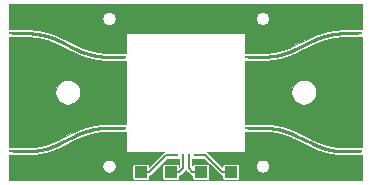
<source format=gbr>
%TF.GenerationSoftware,KiCad,Pcbnew,5.1.5-52549c5~84~ubuntu18.04.1*%
%TF.CreationDate,2020-07-24T20:05:37-03:00*%
%TF.ProjectId,SampleHolder_Cryo,53616d70-6c65-4486-9f6c-6465725f4372,rev?*%
%TF.SameCoordinates,Original*%
%TF.FileFunction,Copper,L1,Top*%
%TF.FilePolarity,Positive*%
%FSLAX46Y46*%
G04 Gerber Fmt 4.6, Leading zero omitted, Abs format (unit mm)*
G04 Created by KiCad (PCBNEW 5.1.5-52549c5~84~ubuntu18.04.1) date 2020-07-24 20:05:37*
%MOMM*%
%LPD*%
G04 APERTURE LIST*
%ADD10R,1.000000X1.000000*%
%ADD11R,0.508000X0.254000*%
%ADD12R,0.254000X0.254000*%
%ADD13C,0.400000*%
%ADD14C,0.255000*%
%ADD15C,0.200000*%
%ADD16C,0.025400*%
G04 APERTURE END LIST*
D10*
X146180000Y-98750000D03*
X153800000Y-98750000D03*
X148720000Y-98750000D03*
X151260000Y-98750000D03*
D11*
X135300000Y-87000000D03*
X135300000Y-87446000D03*
X135300000Y-86554000D03*
X144700000Y-89000000D03*
X144700000Y-89446000D03*
X144700000Y-88554000D03*
X164700000Y-87000000D03*
X164700000Y-86554000D03*
X164700000Y-87446000D03*
X155300000Y-89000000D03*
X155300000Y-89446000D03*
X155300000Y-88554000D03*
D12*
X149746000Y-97300000D03*
X150254000Y-97300000D03*
X150762000Y-97300000D03*
X149238000Y-97300000D03*
D11*
X135300000Y-97000000D03*
X135300000Y-97446000D03*
X135300000Y-96554000D03*
X144700000Y-95000000D03*
X144700000Y-95446000D03*
X144700000Y-94554000D03*
X164700000Y-97000000D03*
X164700000Y-97446000D03*
X164700000Y-96554000D03*
X155300000Y-95000000D03*
X155300000Y-95446000D03*
X155300000Y-94554000D03*
D13*
X143657977Y-88200000D03*
X142566421Y-88120820D03*
X141511122Y-87831539D03*
X140519742Y-87365443D03*
X139538390Y-86877411D03*
X138514428Y-86489606D03*
X137443289Y-86262523D03*
X136350022Y-86200000D03*
X144754000Y-88200000D03*
X135254000Y-86200000D03*
X136413586Y-87800000D03*
X137566491Y-87903508D03*
X138673079Y-88242907D03*
X139714824Y-88751839D03*
X140759601Y-89254261D03*
X143300680Y-89797190D03*
X135254000Y-87800000D03*
X141861965Y-89609929D03*
X141861963Y-89609929D03*
X144754000Y-89800000D03*
X136460578Y-97800000D03*
X137538480Y-97724209D03*
X138592647Y-97486922D03*
X139599155Y-97093840D03*
X140566948Y-96610953D03*
X141546951Y-96154836D03*
X142589979Y-95875217D03*
X143667421Y-95800000D03*
X135379000Y-97800000D03*
X144749000Y-95800000D03*
X143667421Y-94200000D03*
X142588332Y-94258418D03*
X141530067Y-94476690D03*
X140516745Y-94851844D03*
X139547537Y-95331804D03*
X138572325Y-95798737D03*
X137536056Y-96102462D03*
X136460578Y-96200000D03*
X144749000Y-94200000D03*
X135379000Y-96200000D03*
X163657977Y-96200000D03*
X162566421Y-96120820D03*
X161511122Y-95831539D03*
X160519742Y-95365443D03*
X159538390Y-94877411D03*
X158514428Y-94489606D03*
X157443289Y-94262523D03*
X156350022Y-94200000D03*
X164754000Y-96200000D03*
X155254000Y-94200000D03*
X156413586Y-95800000D03*
X157566491Y-95903508D03*
X158673079Y-96242907D03*
X159714824Y-96751839D03*
X160759601Y-97254261D03*
X163300680Y-97797190D03*
X155254000Y-95800000D03*
X161861965Y-97609929D03*
X161861963Y-97609929D03*
X164754000Y-97800000D03*
X156332578Y-89800000D03*
X157411667Y-89741582D03*
X158469932Y-89523309D03*
X159483254Y-89148155D03*
X160452462Y-88668195D03*
X161427673Y-88201262D03*
X162463943Y-87897537D03*
X163539421Y-87800000D03*
X155251000Y-89800000D03*
X164621000Y-87800000D03*
X163539421Y-86200000D03*
X162461519Y-86275790D03*
X161407352Y-86513076D03*
X160400844Y-86906159D03*
X159433051Y-87389046D03*
X158453048Y-87845163D03*
X157410020Y-88124782D03*
X156332578Y-88200000D03*
X164621000Y-86200000D03*
X155251000Y-88200000D03*
D14*
X163315896Y-96997332D02*
X163223893Y-96993998D01*
X162856652Y-96967346D02*
X162765132Y-96957362D01*
X162765132Y-96957362D02*
X162673765Y-96946052D01*
X157870121Y-95149476D02*
X157959873Y-95169978D01*
X162673765Y-96946052D02*
X162582572Y-96933420D01*
X161684371Y-96735076D02*
X161596338Y-96708132D01*
X162310225Y-96887616D02*
X162219917Y-96869722D01*
X161077177Y-96519954D02*
X160992325Y-96484234D01*
X157780081Y-95130276D02*
X157870121Y-95149476D01*
X156959919Y-95016666D02*
X157051691Y-95023995D01*
X158049318Y-95191779D02*
X158138438Y-95214873D01*
X158227214Y-95239256D02*
X158315627Y-95264922D01*
X162582572Y-96933420D02*
X162491572Y-96919468D01*
X157508427Y-95080531D02*
X157599215Y-95095800D01*
X161248389Y-96587686D02*
X161162538Y-96554440D01*
X162400783Y-96904199D02*
X162310225Y-96887616D01*
X162040126Y-96830020D02*
X161950681Y-96808220D01*
X158578507Y-95349569D02*
X158665286Y-95380313D01*
X159007673Y-95515764D02*
X159091998Y-95552709D01*
X163500000Y-97000000D02*
X163407938Y-96999332D01*
X161421491Y-96650430D02*
X161334713Y-96619685D01*
X161861560Y-96785126D02*
X161772784Y-96760743D01*
X157417426Y-95066579D02*
X157508427Y-95080531D01*
X158751609Y-95412312D02*
X158837461Y-95445558D01*
X160992325Y-96484234D02*
X160908000Y-96447289D01*
X156868051Y-95010668D02*
X156959919Y-95016666D01*
X163407938Y-96999332D02*
X163315896Y-96997332D01*
X156500000Y-95000000D02*
X155254000Y-95000000D01*
X161162538Y-96554440D02*
X161077177Y-96519954D01*
X156684103Y-95002667D02*
X156776106Y-95006001D01*
X157143347Y-95032653D02*
X157234867Y-95042637D01*
X163500000Y-97000000D02*
X164754000Y-97000000D01*
X162948308Y-96976004D02*
X162856652Y-96967346D01*
X161508706Y-96679914D02*
X161421491Y-96650430D01*
X156776106Y-95006001D02*
X156868051Y-95010668D01*
X159258999Y-95630245D02*
X159341640Y-95670820D01*
X158315627Y-95264922D02*
X158403660Y-95291867D01*
X158922821Y-95480044D02*
X159007673Y-95515764D01*
X157959873Y-95169978D02*
X158049318Y-95191779D01*
X159091998Y-95552709D02*
X159175779Y-95590872D01*
X159175779Y-95590872D02*
X159258999Y-95630245D01*
X160908000Y-96447289D02*
X160824218Y-96409126D01*
X163040079Y-96983333D02*
X162948308Y-96976004D01*
X158837461Y-95445558D02*
X158922821Y-95480044D01*
X157326234Y-95053947D02*
X157417426Y-95066579D01*
X161334713Y-96619685D02*
X161248389Y-96587686D01*
X158491293Y-95320084D02*
X158578507Y-95349569D01*
X158665286Y-95380313D02*
X158751609Y-95412312D01*
X157599215Y-95095800D02*
X157689773Y-95112383D01*
X157051691Y-95023995D02*
X157143347Y-95032653D01*
X160658359Y-96329179D02*
X159341640Y-95670820D01*
X161950681Y-96808220D02*
X161861560Y-96785126D01*
X157234867Y-95042637D02*
X157326234Y-95053947D01*
X161596338Y-96708132D02*
X161508706Y-96679914D01*
X162219917Y-96869722D02*
X162129878Y-96850523D01*
X160824218Y-96409126D02*
X160740999Y-96369753D01*
X162491572Y-96919468D02*
X162400783Y-96904199D01*
X158138438Y-95214873D02*
X158227214Y-95239256D01*
X160740999Y-96369753D02*
X160658359Y-96329179D01*
X162129878Y-96850523D02*
X162040126Y-96830020D01*
X157689773Y-95112383D02*
X157780081Y-95130276D01*
X163131948Y-96989331D02*
X163040079Y-96983333D01*
X158403660Y-95291867D02*
X158491293Y-95320084D01*
X156500000Y-95000000D02*
X156592061Y-95000666D01*
X156592061Y-95000666D02*
X156684103Y-95002667D01*
X161772784Y-96760743D02*
X161684371Y-96735076D01*
X163223893Y-96993998D02*
X163131948Y-96989331D01*
X142765133Y-95042639D02*
X142673766Y-95053948D01*
X141861562Y-95214874D02*
X141772786Y-95239257D01*
X142310227Y-95112385D02*
X142219919Y-95130278D01*
X142219919Y-95130278D02*
X142129879Y-95149478D01*
X143500000Y-95000000D02*
X143407939Y-95000668D01*
X137780083Y-96869724D02*
X137870122Y-96850524D01*
X141421493Y-95349570D02*
X141334714Y-95380315D01*
X138751611Y-96587688D02*
X138837463Y-96554442D01*
X141248391Y-95412314D02*
X141162539Y-95445560D01*
X140658360Y-95670821D02*
X139341641Y-96329180D01*
X142129879Y-95149478D02*
X142040127Y-95169980D01*
X143500000Y-95000000D02*
X144749000Y-95000000D01*
X136500000Y-97000000D02*
X135379000Y-97000000D01*
X137689775Y-96887617D02*
X137780083Y-96869724D01*
X136684104Y-96997333D02*
X136776107Y-96993999D01*
X138837463Y-96554442D02*
X138922823Y-96519956D01*
X142491573Y-95080533D02*
X142400785Y-95095802D01*
X142400785Y-95095802D02*
X142310227Y-95112385D01*
X136776107Y-96993999D02*
X136868052Y-96989332D01*
X141772786Y-95239257D02*
X141684373Y-95264924D01*
X137051692Y-96976005D02*
X137143348Y-96967348D01*
X141162539Y-95445560D02*
X141077179Y-95480047D01*
X138665287Y-96619687D02*
X138751611Y-96587688D01*
X137234868Y-96957363D02*
X137326235Y-96946053D01*
X139175782Y-96409128D02*
X139259001Y-96369755D01*
X143131949Y-95010669D02*
X143040081Y-95016668D01*
X143315897Y-95002669D02*
X143223894Y-95006003D01*
X143223894Y-95006003D02*
X143131949Y-95010669D01*
X141508707Y-95320086D02*
X141421493Y-95349570D01*
X141950682Y-95191780D02*
X141861562Y-95214874D01*
X141077179Y-95480047D02*
X140992327Y-95515766D01*
X140992327Y-95515766D02*
X140908002Y-95552711D01*
X140824221Y-95590874D02*
X140741001Y-95630247D01*
X143407939Y-95000668D02*
X143315897Y-95002669D01*
X137870122Y-96850524D02*
X137959874Y-96830022D01*
X138922823Y-96519956D02*
X139007675Y-96484236D01*
X137143348Y-96967348D02*
X137234868Y-96957363D01*
X138227216Y-96760745D02*
X138315629Y-96735078D01*
X137326235Y-96946053D02*
X137417428Y-96933421D01*
X138315629Y-96735078D02*
X138403662Y-96708133D01*
X139007675Y-96484236D02*
X139092000Y-96447291D01*
X137417428Y-96933421D02*
X137508428Y-96919469D01*
X138578509Y-96650432D02*
X138665287Y-96619687D01*
X142040127Y-95169980D02*
X141950682Y-95191780D01*
X138403662Y-96708133D02*
X138491294Y-96679916D01*
X138491294Y-96679916D02*
X138578509Y-96650432D01*
X140908002Y-95552711D02*
X140824221Y-95590874D01*
X136868052Y-96989332D02*
X136959921Y-96983334D01*
X143040081Y-95016668D02*
X142948309Y-95023996D01*
X136959921Y-96983334D02*
X137051692Y-96976005D01*
X138049319Y-96808222D02*
X138138440Y-96785128D01*
X139092000Y-96447291D02*
X139175782Y-96409128D01*
X140741001Y-95630247D02*
X140658360Y-95670821D01*
X137959874Y-96830022D02*
X138049319Y-96808222D01*
X142856653Y-95032654D02*
X142765133Y-95042639D01*
X139259001Y-96369755D02*
X139341641Y-96329180D01*
X136500000Y-97000000D02*
X136592062Y-96999334D01*
X142673766Y-95053948D02*
X142582574Y-95066581D01*
X142582574Y-95066581D02*
X142491573Y-95080533D01*
X141334714Y-95380315D02*
X141248391Y-95412314D01*
X138138440Y-96785128D02*
X138227216Y-96760745D01*
X137508428Y-96919469D02*
X137599217Y-96904200D01*
X137599217Y-96904200D02*
X137689775Y-96887617D01*
X136592062Y-96999334D02*
X136684104Y-96997333D01*
X141596340Y-95291869D02*
X141508707Y-95320086D01*
X141684373Y-95264924D02*
X141596340Y-95291869D01*
X142948309Y-95023996D02*
X142856653Y-95032654D01*
D15*
X149746000Y-98424000D02*
X149746000Y-97321010D01*
X148720000Y-98750000D02*
X149420000Y-98750000D01*
X149420000Y-98750000D02*
X149746000Y-98424000D01*
X150254000Y-98444000D02*
X150254000Y-97321010D01*
X151260000Y-98750000D02*
X150560000Y-98750000D01*
X150560000Y-98750000D02*
X150254000Y-98444000D01*
X151671010Y-97321010D02*
X150762000Y-97321010D01*
X153800000Y-98750000D02*
X153100000Y-98750000D01*
X153100000Y-98750000D02*
X151671010Y-97321010D01*
X148308990Y-97321010D02*
X149238000Y-97321010D01*
X146180000Y-98750000D02*
X146880000Y-98750000D01*
X146880000Y-98750000D02*
X148308990Y-97321010D01*
D14*
X163500000Y-87000000D02*
X164621000Y-87000000D01*
X163500000Y-87000000D02*
X163407938Y-87000666D01*
X163407938Y-87000666D02*
X163315896Y-87002667D01*
X163315896Y-87002667D02*
X163223893Y-87006001D01*
X163223893Y-87006001D02*
X163131948Y-87010668D01*
X163131948Y-87010668D02*
X163040079Y-87016666D01*
X163040079Y-87016666D02*
X162948308Y-87023995D01*
X162948308Y-87023995D02*
X162856652Y-87032652D01*
X162856652Y-87032652D02*
X162765132Y-87042637D01*
X162765132Y-87042637D02*
X162673765Y-87053947D01*
X162673765Y-87053947D02*
X162582572Y-87066579D01*
X162582572Y-87066579D02*
X162491572Y-87080531D01*
X162491572Y-87080531D02*
X162400783Y-87095800D01*
X162400783Y-87095800D02*
X162310225Y-87112383D01*
X162310225Y-87112383D02*
X162219917Y-87130276D01*
X162219917Y-87130276D02*
X162129878Y-87149476D01*
X162129878Y-87149476D02*
X162040126Y-87169978D01*
X162040126Y-87169978D02*
X161950681Y-87191778D01*
X161950681Y-87191778D02*
X161861560Y-87214872D01*
X161861560Y-87214872D02*
X161772784Y-87239255D01*
X161772784Y-87239255D02*
X161684371Y-87264922D01*
X161684371Y-87264922D02*
X161596338Y-87291867D01*
X161596338Y-87291867D02*
X161508706Y-87320084D01*
X161508706Y-87320084D02*
X161421491Y-87349568D01*
X161421491Y-87349568D02*
X161334713Y-87380313D01*
X161334713Y-87380313D02*
X161248389Y-87412312D01*
X161248389Y-87412312D02*
X161162537Y-87445558D01*
X161162537Y-87445558D02*
X161077177Y-87480044D01*
X161077177Y-87480044D02*
X160992325Y-87515764D01*
X160992325Y-87515764D02*
X160908000Y-87552709D01*
X160908000Y-87552709D02*
X160824218Y-87590872D01*
X160824218Y-87590872D02*
X160740999Y-87630245D01*
X160740999Y-87630245D02*
X160658359Y-87670820D01*
X156500000Y-89000000D02*
X155251000Y-89000000D01*
X156500000Y-89000000D02*
X156592061Y-88999332D01*
X156592061Y-88999332D02*
X156684103Y-88997331D01*
X156684103Y-88997331D02*
X156776106Y-88993997D01*
X156776106Y-88993997D02*
X156868051Y-88989331D01*
X156868051Y-88989331D02*
X156959919Y-88983332D01*
X156959919Y-88983332D02*
X157051691Y-88976004D01*
X157051691Y-88976004D02*
X157143347Y-88967346D01*
X157143347Y-88967346D02*
X157234867Y-88957361D01*
X157234867Y-88957361D02*
X157326234Y-88946052D01*
X157326234Y-88946052D02*
X157417426Y-88933419D01*
X157417426Y-88933419D02*
X157508427Y-88919467D01*
X157508427Y-88919467D02*
X157599215Y-88904198D01*
X157599215Y-88904198D02*
X157689773Y-88887615D01*
X157689773Y-88887615D02*
X157780081Y-88869722D01*
X157780081Y-88869722D02*
X157870121Y-88850522D01*
X157870121Y-88850522D02*
X157959873Y-88830020D01*
X157959873Y-88830020D02*
X158049318Y-88808220D01*
X158049318Y-88808220D02*
X158138438Y-88785126D01*
X158138438Y-88785126D02*
X158227214Y-88760743D01*
X158227214Y-88760743D02*
X158315627Y-88735076D01*
X158315627Y-88735076D02*
X158403660Y-88708131D01*
X158403660Y-88708131D02*
X158491293Y-88679914D01*
X158491293Y-88679914D02*
X158578507Y-88650430D01*
X158578507Y-88650430D02*
X158665286Y-88619685D01*
X158665286Y-88619685D02*
X158751609Y-88587686D01*
X158751609Y-88587686D02*
X158837461Y-88554440D01*
X158837461Y-88554440D02*
X158922821Y-88519953D01*
X158922821Y-88519953D02*
X159007673Y-88484234D01*
X159007673Y-88484234D02*
X159091998Y-88447289D01*
X159091998Y-88447289D02*
X159175779Y-88409126D01*
X159175779Y-88409126D02*
X159258999Y-88369753D01*
X159258999Y-88369753D02*
X159341640Y-88329179D01*
X159341640Y-88329179D02*
X160658359Y-87670820D01*
X136500000Y-87000000D02*
X135254000Y-87000000D01*
X136500000Y-87000000D02*
X136592061Y-87000666D01*
X136592061Y-87000666D02*
X136684103Y-87002667D01*
X136684103Y-87002667D02*
X136776106Y-87006001D01*
X136776106Y-87006001D02*
X136868051Y-87010668D01*
X136868051Y-87010668D02*
X136959919Y-87016666D01*
X136959919Y-87016666D02*
X137051691Y-87023995D01*
X137051691Y-87023995D02*
X137143347Y-87032653D01*
X137143347Y-87032653D02*
X137234867Y-87042637D01*
X137234867Y-87042637D02*
X137326234Y-87053947D01*
X137326234Y-87053947D02*
X137417426Y-87066579D01*
X137417426Y-87066579D02*
X137508427Y-87080531D01*
X137508427Y-87080531D02*
X137599215Y-87095800D01*
X137599215Y-87095800D02*
X137689773Y-87112383D01*
X137689773Y-87112383D02*
X137780081Y-87130276D01*
X137780081Y-87130276D02*
X137870121Y-87149476D01*
X137870121Y-87149476D02*
X137959873Y-87169978D01*
X137959873Y-87169978D02*
X138049318Y-87191779D01*
X138049318Y-87191779D02*
X138138438Y-87214873D01*
X138138438Y-87214873D02*
X138227214Y-87239256D01*
X138227214Y-87239256D02*
X138315627Y-87264922D01*
X138315627Y-87264922D02*
X138403660Y-87291867D01*
X138403660Y-87291867D02*
X138491293Y-87320084D01*
X138491293Y-87320084D02*
X138578507Y-87349569D01*
X138578507Y-87349569D02*
X138665286Y-87380313D01*
X138665286Y-87380313D02*
X138751609Y-87412312D01*
X138751609Y-87412312D02*
X138837461Y-87445558D01*
X138837461Y-87445558D02*
X138922821Y-87480044D01*
X138922821Y-87480044D02*
X139007673Y-87515764D01*
X139007673Y-87515764D02*
X139091998Y-87552709D01*
X139091998Y-87552709D02*
X139175779Y-87590872D01*
X139175779Y-87590872D02*
X139258999Y-87630245D01*
X139258999Y-87630245D02*
X139341640Y-87670820D01*
X143500000Y-89000000D02*
X144754000Y-89000000D01*
X143500000Y-89000000D02*
X143407938Y-88999332D01*
X143407938Y-88999332D02*
X143315896Y-88997332D01*
X143315896Y-88997332D02*
X143223893Y-88993998D01*
X143223893Y-88993998D02*
X143131948Y-88989331D01*
X143131948Y-88989331D02*
X143040079Y-88983333D01*
X143040079Y-88983333D02*
X142948308Y-88976004D01*
X142948308Y-88976004D02*
X142856652Y-88967346D01*
X142856652Y-88967346D02*
X142765132Y-88957362D01*
X142765132Y-88957362D02*
X142673765Y-88946052D01*
X142673765Y-88946052D02*
X142582572Y-88933420D01*
X142582572Y-88933420D02*
X142491572Y-88919468D01*
X142491572Y-88919468D02*
X142400783Y-88904199D01*
X142400783Y-88904199D02*
X142310225Y-88887616D01*
X142310225Y-88887616D02*
X142219917Y-88869722D01*
X142219917Y-88869722D02*
X142129878Y-88850523D01*
X142129878Y-88850523D02*
X142040126Y-88830020D01*
X142040126Y-88830020D02*
X141950681Y-88808220D01*
X141950681Y-88808220D02*
X141861560Y-88785126D01*
X141861560Y-88785126D02*
X141772784Y-88760743D01*
X141772784Y-88760743D02*
X141684371Y-88735076D01*
X141684371Y-88735076D02*
X141596338Y-88708132D01*
X141596338Y-88708132D02*
X141508706Y-88679914D01*
X141508706Y-88679914D02*
X141421491Y-88650430D01*
X141421491Y-88650430D02*
X141334713Y-88619685D01*
X141334713Y-88619685D02*
X141248389Y-88587686D01*
X141248389Y-88587686D02*
X141162538Y-88554440D01*
X141162538Y-88554440D02*
X141077177Y-88519954D01*
X141077177Y-88519954D02*
X140992325Y-88484234D01*
X140992325Y-88484234D02*
X140908000Y-88447289D01*
X140908000Y-88447289D02*
X140824218Y-88409126D01*
X140824218Y-88409126D02*
X140740999Y-88369753D01*
X140740999Y-88369753D02*
X140658359Y-88329179D01*
X140658359Y-88329179D02*
X139341640Y-87670820D01*
D16*
G36*
X155046000Y-95336709D02*
G01*
X155554000Y-95336709D01*
X155559169Y-95336200D01*
X156498888Y-95336200D01*
X156587194Y-95336839D01*
X156674366Y-95338734D01*
X156761526Y-95341893D01*
X156848541Y-95346310D01*
X156935608Y-95351994D01*
X157022503Y-95358934D01*
X157109317Y-95367135D01*
X157195965Y-95376587D01*
X157282537Y-95387303D01*
X157368912Y-95399269D01*
X157455050Y-95412475D01*
X157541022Y-95426934D01*
X157626794Y-95442640D01*
X157712329Y-95459587D01*
X157797649Y-95477780D01*
X157882674Y-95497203D01*
X157967371Y-95517847D01*
X158051785Y-95539723D01*
X158135830Y-95562806D01*
X158219559Y-95587113D01*
X158302950Y-95612637D01*
X158385937Y-95639358D01*
X158468523Y-95667278D01*
X158550730Y-95696403D01*
X158632435Y-95726690D01*
X158713803Y-95758199D01*
X158794600Y-95790842D01*
X158874972Y-95824675D01*
X158954839Y-95859667D01*
X159034175Y-95895805D01*
X159112985Y-95933091D01*
X159192391Y-95972078D01*
X160494340Y-96623052D01*
X160495370Y-96623690D01*
X160509003Y-96630384D01*
X160522772Y-96637268D01*
X160523919Y-96637707D01*
X160580199Y-96665339D01*
X160582292Y-96666594D01*
X160595023Y-96672618D01*
X160607650Y-96678817D01*
X160609932Y-96679671D01*
X160667724Y-96707014D01*
X160669830Y-96708236D01*
X160682603Y-96714054D01*
X160695358Y-96720089D01*
X160697662Y-96720914D01*
X160755838Y-96747413D01*
X160757961Y-96748604D01*
X160770825Y-96754240D01*
X160783661Y-96760087D01*
X160785974Y-96760877D01*
X160844520Y-96786528D01*
X160846666Y-96787691D01*
X160859642Y-96793154D01*
X160872530Y-96798800D01*
X160874850Y-96799555D01*
X160933764Y-96824356D01*
X160935933Y-96825491D01*
X160949023Y-96830780D01*
X160961952Y-96836222D01*
X160964276Y-96836942D01*
X161023564Y-96860894D01*
X161025734Y-96861990D01*
X161038823Y-96867059D01*
X161051910Y-96872346D01*
X161054255Y-96873035D01*
X161113864Y-96896119D01*
X161116055Y-96897186D01*
X161129235Y-96902072D01*
X161142377Y-96907161D01*
X161144730Y-96907816D01*
X161204674Y-96930036D01*
X161206876Y-96931069D01*
X161220105Y-96935756D01*
X161233340Y-96940662D01*
X161235706Y-96941283D01*
X161295949Y-96962627D01*
X161298181Y-96963635D01*
X161311560Y-96968158D01*
X161324778Y-96972841D01*
X161327139Y-96973425D01*
X161387711Y-96993902D01*
X161389943Y-96994871D01*
X161403320Y-96999179D01*
X161416677Y-97003694D01*
X161419056Y-97004245D01*
X161479904Y-97023839D01*
X161482157Y-97024779D01*
X161495603Y-97028894D01*
X161509005Y-97033210D01*
X161511394Y-97033727D01*
X161572527Y-97052439D01*
X161574784Y-97053342D01*
X161588267Y-97057256D01*
X161601763Y-97061387D01*
X161604158Y-97061870D01*
X161665547Y-97079691D01*
X161667822Y-97080564D01*
X161681369Y-97084285D01*
X161694907Y-97088215D01*
X161697311Y-97088663D01*
X161758948Y-97105592D01*
X161761244Y-97106435D01*
X161774901Y-97109974D01*
X161788438Y-97113692D01*
X161790837Y-97114104D01*
X161852738Y-97130144D01*
X161855031Y-97130948D01*
X161868650Y-97134267D01*
X161882329Y-97137812D01*
X161884748Y-97138191D01*
X161946847Y-97153326D01*
X161949158Y-97154099D01*
X161962876Y-97157233D01*
X161976556Y-97160567D01*
X161978970Y-97160909D01*
X162041290Y-97175146D01*
X162043620Y-97175888D01*
X162057401Y-97178827D01*
X162071100Y-97181956D01*
X162073519Y-97182263D01*
X162136049Y-97195597D01*
X162138377Y-97196301D01*
X162152156Y-97199031D01*
X162165952Y-97201973D01*
X162168378Y-97202246D01*
X162231082Y-97214670D01*
X162233428Y-97215343D01*
X162247264Y-97217877D01*
X162261074Y-97220613D01*
X162263506Y-97220851D01*
X162326388Y-97232365D01*
X162328743Y-97233004D01*
X162342632Y-97235340D01*
X162356465Y-97237873D01*
X162358893Y-97238075D01*
X162421949Y-97248680D01*
X162424303Y-97249282D01*
X162438154Y-97251406D01*
X162452093Y-97253750D01*
X162454538Y-97253918D01*
X162517719Y-97263604D01*
X162520089Y-97264174D01*
X162534018Y-97266104D01*
X162547940Y-97268238D01*
X162550378Y-97268370D01*
X162613696Y-97277141D01*
X162616079Y-97277677D01*
X162630068Y-97279409D01*
X162643989Y-97281337D01*
X162646423Y-97281433D01*
X162709874Y-97289287D01*
X162712260Y-97289788D01*
X162726232Y-97291312D01*
X162740214Y-97293043D01*
X162742657Y-97293104D01*
X162806202Y-97300036D01*
X162808598Y-97300503D01*
X162822625Y-97301828D01*
X162836604Y-97303353D01*
X162839040Y-97303379D01*
X162902688Y-97309391D01*
X162905087Y-97309822D01*
X162919110Y-97310942D01*
X162933127Y-97312266D01*
X162935567Y-97312256D01*
X162999290Y-97317346D01*
X163001701Y-97317743D01*
X163015756Y-97318661D01*
X163029772Y-97319780D01*
X163032211Y-97319735D01*
X163096012Y-97323900D01*
X163098417Y-97324261D01*
X163112439Y-97324973D01*
X163126519Y-97325892D01*
X163128961Y-97325811D01*
X163192800Y-97329052D01*
X163195219Y-97329379D01*
X163209291Y-97329889D01*
X163223338Y-97330602D01*
X163225774Y-97330486D01*
X163289671Y-97332802D01*
X163292087Y-97333093D01*
X163306117Y-97333398D01*
X163320219Y-97333909D01*
X163322661Y-97333758D01*
X163386566Y-97335146D01*
X163388990Y-97335403D01*
X163403064Y-97335505D01*
X163417140Y-97335811D01*
X163419571Y-97335625D01*
X163482265Y-97336079D01*
X163483490Y-97336200D01*
X163498900Y-97336200D01*
X163514069Y-97336310D01*
X163515276Y-97336200D01*
X164440831Y-97336200D01*
X164446000Y-97336709D01*
X164954000Y-97336709D01*
X164962301Y-97335892D01*
X164962301Y-99462300D01*
X135037700Y-99462300D01*
X135037700Y-98195336D01*
X142944985Y-98195336D01*
X142944985Y-98304664D01*
X142966314Y-98411892D01*
X143008153Y-98512898D01*
X143068892Y-98603801D01*
X143146199Y-98681108D01*
X143237102Y-98741847D01*
X143338108Y-98783686D01*
X143445336Y-98805015D01*
X143554664Y-98805015D01*
X143661892Y-98783686D01*
X143762898Y-98741847D01*
X143853801Y-98681108D01*
X143931108Y-98603801D01*
X143991847Y-98512898D01*
X144033686Y-98411892D01*
X144055015Y-98304664D01*
X144055015Y-98195336D01*
X144033686Y-98088108D01*
X143991847Y-97987102D01*
X143931108Y-97896199D01*
X143853801Y-97818892D01*
X143762898Y-97758153D01*
X143661892Y-97716314D01*
X143554664Y-97694985D01*
X143445336Y-97694985D01*
X143338108Y-97716314D01*
X143237102Y-97758153D01*
X143146199Y-97818892D01*
X143068892Y-97896199D01*
X143008153Y-97987102D01*
X142966314Y-98088108D01*
X142944985Y-98195336D01*
X135037700Y-98195336D01*
X135037700Y-97335892D01*
X135046000Y-97336709D01*
X135554000Y-97336709D01*
X135559169Y-97336200D01*
X136484717Y-97336200D01*
X136485923Y-97336310D01*
X136501126Y-97336200D01*
X136516510Y-97336200D01*
X136517730Y-97336080D01*
X136580425Y-97335626D01*
X136582864Y-97335813D01*
X136596954Y-97335507D01*
X136611003Y-97335405D01*
X136613428Y-97335148D01*
X136677343Y-97333759D01*
X136679781Y-97333910D01*
X136693869Y-97333399D01*
X136707917Y-97333094D01*
X136710335Y-97332803D01*
X136774225Y-97330487D01*
X136776661Y-97330603D01*
X136790708Y-97329890D01*
X136804780Y-97329380D01*
X136807199Y-97329053D01*
X136871038Y-97325812D01*
X136873480Y-97325893D01*
X136887557Y-97324974D01*
X136901583Y-97324262D01*
X136903988Y-97323901D01*
X136967788Y-97319736D01*
X136970227Y-97319781D01*
X136984240Y-97318662D01*
X136998299Y-97317744D01*
X137000711Y-97317346D01*
X137064433Y-97312257D01*
X137066868Y-97312267D01*
X137080867Y-97310945D01*
X137094913Y-97309823D01*
X137097315Y-97309391D01*
X137160952Y-97303381D01*
X137163399Y-97303355D01*
X137177425Y-97301825D01*
X137191398Y-97300505D01*
X137193788Y-97300040D01*
X137257352Y-97293105D01*
X137259784Y-97293044D01*
X137273717Y-97291319D01*
X137287744Y-97289789D01*
X137290137Y-97289287D01*
X137353576Y-97281434D01*
X137356010Y-97281338D01*
X137369925Y-97279410D01*
X137383921Y-97277678D01*
X137386306Y-97277141D01*
X137449622Y-97268371D01*
X137452059Y-97268239D01*
X137465974Y-97266106D01*
X137479911Y-97264175D01*
X137482283Y-97263605D01*
X137545462Y-97253919D01*
X137547906Y-97253751D01*
X137561837Y-97251408D01*
X137575697Y-97249283D01*
X137578053Y-97248681D01*
X137641106Y-97238076D01*
X137643535Y-97237874D01*
X137657370Y-97235341D01*
X137671257Y-97233005D01*
X137673611Y-97232367D01*
X137736501Y-97220851D01*
X137738921Y-97220614D01*
X137752678Y-97217888D01*
X137766573Y-97215344D01*
X137768926Y-97214669D01*
X137831627Y-97202246D01*
X137834051Y-97201974D01*
X137847804Y-97199041D01*
X137861620Y-97196304D01*
X137863959Y-97195597D01*
X137926474Y-97182266D01*
X137928896Y-97181958D01*
X137942630Y-97178821D01*
X137956383Y-97175888D01*
X137958706Y-97175148D01*
X138021031Y-97160911D01*
X138023443Y-97160569D01*
X138037106Y-97157239D01*
X138050839Y-97154102D01*
X138053152Y-97153328D01*
X138115259Y-97138192D01*
X138117671Y-97137814D01*
X138131295Y-97134284D01*
X138144969Y-97130951D01*
X138147272Y-97130143D01*
X138209165Y-97114105D01*
X138211561Y-97113694D01*
X138225086Y-97109979D01*
X138238756Y-97106437D01*
X138241054Y-97105594D01*
X138302693Y-97088664D01*
X138305092Y-97088217D01*
X138318599Y-97084296D01*
X138332179Y-97080566D01*
X138334460Y-97079691D01*
X138395845Y-97061870D01*
X138398239Y-97061388D01*
X138411722Y-97057261D01*
X138425215Y-97053344D01*
X138427474Y-97052440D01*
X138488609Y-97033728D01*
X138490990Y-97033212D01*
X138504368Y-97028904D01*
X138517846Y-97024779D01*
X138520101Y-97023838D01*
X138580938Y-97004249D01*
X138583323Y-97003696D01*
X138596707Y-96999171D01*
X138610053Y-96994874D01*
X138612282Y-96993906D01*
X138672850Y-96973430D01*
X138675222Y-96972844D01*
X138688502Y-96968139D01*
X138701819Y-96963637D01*
X138704041Y-96962634D01*
X138764305Y-96941282D01*
X138766660Y-96940664D01*
X138779834Y-96935781D01*
X138793124Y-96931072D01*
X138795336Y-96930034D01*
X138855273Y-96907816D01*
X138857622Y-96907163D01*
X138870748Y-96902080D01*
X138883945Y-96897188D01*
X138886137Y-96896120D01*
X138945753Y-96873034D01*
X138948092Y-96872347D01*
X138961132Y-96867079D01*
X138974265Y-96861993D01*
X138976444Y-96860893D01*
X139035719Y-96836945D01*
X139038048Y-96836224D01*
X139051009Y-96830768D01*
X139064068Y-96825492D01*
X139066232Y-96824360D01*
X139125154Y-96799556D01*
X139127469Y-96798802D01*
X139140335Y-96793165D01*
X139153334Y-96787693D01*
X139155483Y-96786528D01*
X139214028Y-96760878D01*
X139216338Y-96760089D01*
X139229152Y-96754252D01*
X139242039Y-96748606D01*
X139244166Y-96747413D01*
X139302337Y-96720916D01*
X139304641Y-96720091D01*
X139317399Y-96714055D01*
X139330169Y-96708238D01*
X139332274Y-96707017D01*
X139390066Y-96679674D01*
X139392353Y-96678818D01*
X139405003Y-96672607D01*
X139417708Y-96666596D01*
X139419798Y-96665343D01*
X139476095Y-96637702D01*
X139477227Y-96637269D01*
X139490830Y-96630468D01*
X139504634Y-96623690D01*
X139505676Y-96623045D01*
X140807714Y-95972028D01*
X140886988Y-95933106D01*
X140965825Y-95895807D01*
X141045183Y-95859660D01*
X141124982Y-95824698D01*
X141205381Y-95790852D01*
X141286222Y-95758192D01*
X141367545Y-95726699D01*
X141449257Y-95696410D01*
X141531503Y-95667271D01*
X141614066Y-95639359D01*
X141697063Y-95612635D01*
X141780456Y-95587110D01*
X141864183Y-95562803D01*
X141948282Y-95539706D01*
X142032651Y-95517843D01*
X142117374Y-95497194D01*
X142202375Y-95477777D01*
X142287680Y-95459587D01*
X142373202Y-95442643D01*
X142458998Y-95426932D01*
X142544958Y-95412475D01*
X142631059Y-95399275D01*
X142717532Y-95387295D01*
X142803977Y-95376596D01*
X142890727Y-95367131D01*
X142977502Y-95358935D01*
X143064424Y-95351994D01*
X143151425Y-95346313D01*
X143238508Y-95341894D01*
X143325630Y-95338736D01*
X143412824Y-95336841D01*
X143501158Y-95336200D01*
X144440831Y-95336200D01*
X144446000Y-95336709D01*
X144954000Y-95336709D01*
X144962300Y-95335892D01*
X144962300Y-96998152D01*
X144962118Y-97000000D01*
X144962846Y-97007390D01*
X144965002Y-97014497D01*
X144968502Y-97021046D01*
X144973213Y-97026787D01*
X144978954Y-97031498D01*
X144985503Y-97034998D01*
X144992610Y-97037154D01*
X145000000Y-97037882D01*
X145001847Y-97037700D01*
X148184164Y-97037700D01*
X148136656Y-97063094D01*
X148089650Y-97101670D01*
X148079981Y-97113452D01*
X146889709Y-98303725D01*
X146889709Y-98250000D01*
X146885680Y-98209088D01*
X146873746Y-98169748D01*
X146854367Y-98133492D01*
X146828287Y-98101713D01*
X146796508Y-98075633D01*
X146760252Y-98056254D01*
X146720912Y-98044320D01*
X146680000Y-98040291D01*
X145680000Y-98040291D01*
X145639088Y-98044320D01*
X145599748Y-98056254D01*
X145563492Y-98075633D01*
X145531713Y-98101713D01*
X145505633Y-98133492D01*
X145486254Y-98169748D01*
X145474320Y-98209088D01*
X145470291Y-98250000D01*
X145470291Y-99250000D01*
X145474320Y-99290912D01*
X145486254Y-99330252D01*
X145505633Y-99366508D01*
X145531713Y-99398287D01*
X145563492Y-99424367D01*
X145599748Y-99443746D01*
X145639088Y-99455680D01*
X145680000Y-99459709D01*
X146680000Y-99459709D01*
X146720912Y-99455680D01*
X146760252Y-99443746D01*
X146796508Y-99424367D01*
X146828287Y-99398287D01*
X146854367Y-99366508D01*
X146873746Y-99330252D01*
X146885680Y-99290912D01*
X146889709Y-99250000D01*
X146889709Y-99059237D01*
X146895157Y-99058700D01*
X146895159Y-99058700D01*
X146940516Y-99054233D01*
X146998706Y-99036581D01*
X147052334Y-99007916D01*
X147099340Y-98969340D01*
X147109014Y-98957552D01*
X148436857Y-97629710D01*
X149060298Y-97629710D01*
X149070088Y-97632680D01*
X149111000Y-97636709D01*
X149365000Y-97636709D01*
X149405912Y-97632680D01*
X149437301Y-97623158D01*
X149437300Y-98296132D01*
X149429709Y-98303724D01*
X149429709Y-98250000D01*
X149425680Y-98209088D01*
X149413746Y-98169748D01*
X149394367Y-98133492D01*
X149368287Y-98101713D01*
X149336508Y-98075633D01*
X149300252Y-98056254D01*
X149260912Y-98044320D01*
X149220000Y-98040291D01*
X148220000Y-98040291D01*
X148179088Y-98044320D01*
X148139748Y-98056254D01*
X148103492Y-98075633D01*
X148071713Y-98101713D01*
X148045633Y-98133492D01*
X148026254Y-98169748D01*
X148014320Y-98209088D01*
X148010291Y-98250000D01*
X148010291Y-99250000D01*
X148014320Y-99290912D01*
X148026254Y-99330252D01*
X148045633Y-99366508D01*
X148071713Y-99398287D01*
X148103492Y-99424367D01*
X148139748Y-99443746D01*
X148179088Y-99455680D01*
X148220000Y-99459709D01*
X149220000Y-99459709D01*
X149260912Y-99455680D01*
X149300252Y-99443746D01*
X149336508Y-99424367D01*
X149368287Y-99398287D01*
X149394367Y-99366508D01*
X149413746Y-99330252D01*
X149425680Y-99290912D01*
X149429709Y-99250000D01*
X149429709Y-99059237D01*
X149435157Y-99058700D01*
X149435159Y-99058700D01*
X149480516Y-99054233D01*
X149538706Y-99036581D01*
X149592334Y-99007916D01*
X149639340Y-98969340D01*
X149649013Y-98957553D01*
X149953564Y-98653004D01*
X149965340Y-98643340D01*
X149992700Y-98610001D01*
X149996084Y-98616333D01*
X150034660Y-98663340D01*
X150046447Y-98673013D01*
X150330995Y-98957563D01*
X150340660Y-98969340D01*
X150365174Y-98989458D01*
X150387665Y-99007916D01*
X150406346Y-99017900D01*
X150441294Y-99036581D01*
X150499484Y-99054233D01*
X150544841Y-99058700D01*
X150544842Y-99058700D01*
X150550291Y-99059237D01*
X150550291Y-99250000D01*
X150554320Y-99290912D01*
X150566254Y-99330252D01*
X150585633Y-99366508D01*
X150611713Y-99398287D01*
X150643492Y-99424367D01*
X150679748Y-99443746D01*
X150719088Y-99455680D01*
X150760000Y-99459709D01*
X151760000Y-99459709D01*
X151800912Y-99455680D01*
X151840252Y-99443746D01*
X151876508Y-99424367D01*
X151908287Y-99398287D01*
X151934367Y-99366508D01*
X151953746Y-99330252D01*
X151965680Y-99290912D01*
X151969709Y-99250000D01*
X151969709Y-98250000D01*
X151965680Y-98209088D01*
X151953746Y-98169748D01*
X151934367Y-98133492D01*
X151908287Y-98101713D01*
X151876508Y-98075633D01*
X151840252Y-98056254D01*
X151800912Y-98044320D01*
X151760000Y-98040291D01*
X150760000Y-98040291D01*
X150719088Y-98044320D01*
X150679748Y-98056254D01*
X150643492Y-98075633D01*
X150611713Y-98101713D01*
X150585633Y-98133492D01*
X150566254Y-98169748D01*
X150562700Y-98181464D01*
X150562700Y-97623158D01*
X150594088Y-97632680D01*
X150635000Y-97636709D01*
X150889000Y-97636709D01*
X150929912Y-97632680D01*
X150939702Y-97629710D01*
X151543144Y-97629710D01*
X152870991Y-98957558D01*
X152880660Y-98969340D01*
X152927666Y-99007916D01*
X152981294Y-99036581D01*
X153039484Y-99054233D01*
X153084841Y-99058700D01*
X153084842Y-99058700D01*
X153090291Y-99059237D01*
X153090291Y-99250000D01*
X153094320Y-99290912D01*
X153106254Y-99330252D01*
X153125633Y-99366508D01*
X153151713Y-99398287D01*
X153183492Y-99424367D01*
X153219748Y-99443746D01*
X153259088Y-99455680D01*
X153300000Y-99459709D01*
X154300000Y-99459709D01*
X154340912Y-99455680D01*
X154380252Y-99443746D01*
X154416508Y-99424367D01*
X154448287Y-99398287D01*
X154474367Y-99366508D01*
X154493746Y-99330252D01*
X154505680Y-99290912D01*
X154509709Y-99250000D01*
X154509709Y-98250000D01*
X154505680Y-98209088D01*
X154501509Y-98195336D01*
X155944985Y-98195336D01*
X155944985Y-98304664D01*
X155966314Y-98411892D01*
X156008153Y-98512898D01*
X156068892Y-98603801D01*
X156146199Y-98681108D01*
X156237102Y-98741847D01*
X156338108Y-98783686D01*
X156445336Y-98805015D01*
X156554664Y-98805015D01*
X156661892Y-98783686D01*
X156762898Y-98741847D01*
X156853801Y-98681108D01*
X156931108Y-98603801D01*
X156991847Y-98512898D01*
X157033686Y-98411892D01*
X157055015Y-98304664D01*
X157055015Y-98195336D01*
X157033686Y-98088108D01*
X156991847Y-97987102D01*
X156931108Y-97896199D01*
X156853801Y-97818892D01*
X156762898Y-97758153D01*
X156661892Y-97716314D01*
X156554664Y-97694985D01*
X156445336Y-97694985D01*
X156338108Y-97716314D01*
X156237102Y-97758153D01*
X156146199Y-97818892D01*
X156068892Y-97896199D01*
X156008153Y-97987102D01*
X155966314Y-98088108D01*
X155944985Y-98195336D01*
X154501509Y-98195336D01*
X154493746Y-98169748D01*
X154474367Y-98133492D01*
X154448287Y-98101713D01*
X154416508Y-98075633D01*
X154380252Y-98056254D01*
X154340912Y-98044320D01*
X154300000Y-98040291D01*
X153300000Y-98040291D01*
X153259088Y-98044320D01*
X153219748Y-98056254D01*
X153183492Y-98075633D01*
X153151713Y-98101713D01*
X153125633Y-98133492D01*
X153106254Y-98169748D01*
X153094320Y-98209088D01*
X153090291Y-98250000D01*
X153090291Y-98303724D01*
X151900024Y-97113458D01*
X151890350Y-97101670D01*
X151843344Y-97063094D01*
X151795836Y-97037700D01*
X154998153Y-97037700D01*
X155000000Y-97037882D01*
X155007390Y-97037154D01*
X155014497Y-97034998D01*
X155021046Y-97031498D01*
X155026787Y-97026787D01*
X155031498Y-97021046D01*
X155034998Y-97014497D01*
X155037154Y-97007390D01*
X155037700Y-97001847D01*
X155037700Y-97001846D01*
X155037882Y-97000000D01*
X155037700Y-96998153D01*
X155037700Y-95335892D01*
X155046000Y-95336709D01*
G37*
X155046000Y-95336709D02*
X155554000Y-95336709D01*
X155559169Y-95336200D01*
X156498888Y-95336200D01*
X156587194Y-95336839D01*
X156674366Y-95338734D01*
X156761526Y-95341893D01*
X156848541Y-95346310D01*
X156935608Y-95351994D01*
X157022503Y-95358934D01*
X157109317Y-95367135D01*
X157195965Y-95376587D01*
X157282537Y-95387303D01*
X157368912Y-95399269D01*
X157455050Y-95412475D01*
X157541022Y-95426934D01*
X157626794Y-95442640D01*
X157712329Y-95459587D01*
X157797649Y-95477780D01*
X157882674Y-95497203D01*
X157967371Y-95517847D01*
X158051785Y-95539723D01*
X158135830Y-95562806D01*
X158219559Y-95587113D01*
X158302950Y-95612637D01*
X158385937Y-95639358D01*
X158468523Y-95667278D01*
X158550730Y-95696403D01*
X158632435Y-95726690D01*
X158713803Y-95758199D01*
X158794600Y-95790842D01*
X158874972Y-95824675D01*
X158954839Y-95859667D01*
X159034175Y-95895805D01*
X159112985Y-95933091D01*
X159192391Y-95972078D01*
X160494340Y-96623052D01*
X160495370Y-96623690D01*
X160509003Y-96630384D01*
X160522772Y-96637268D01*
X160523919Y-96637707D01*
X160580199Y-96665339D01*
X160582292Y-96666594D01*
X160595023Y-96672618D01*
X160607650Y-96678817D01*
X160609932Y-96679671D01*
X160667724Y-96707014D01*
X160669830Y-96708236D01*
X160682603Y-96714054D01*
X160695358Y-96720089D01*
X160697662Y-96720914D01*
X160755838Y-96747413D01*
X160757961Y-96748604D01*
X160770825Y-96754240D01*
X160783661Y-96760087D01*
X160785974Y-96760877D01*
X160844520Y-96786528D01*
X160846666Y-96787691D01*
X160859642Y-96793154D01*
X160872530Y-96798800D01*
X160874850Y-96799555D01*
X160933764Y-96824356D01*
X160935933Y-96825491D01*
X160949023Y-96830780D01*
X160961952Y-96836222D01*
X160964276Y-96836942D01*
X161023564Y-96860894D01*
X161025734Y-96861990D01*
X161038823Y-96867059D01*
X161051910Y-96872346D01*
X161054255Y-96873035D01*
X161113864Y-96896119D01*
X161116055Y-96897186D01*
X161129235Y-96902072D01*
X161142377Y-96907161D01*
X161144730Y-96907816D01*
X161204674Y-96930036D01*
X161206876Y-96931069D01*
X161220105Y-96935756D01*
X161233340Y-96940662D01*
X161235706Y-96941283D01*
X161295949Y-96962627D01*
X161298181Y-96963635D01*
X161311560Y-96968158D01*
X161324778Y-96972841D01*
X161327139Y-96973425D01*
X161387711Y-96993902D01*
X161389943Y-96994871D01*
X161403320Y-96999179D01*
X161416677Y-97003694D01*
X161419056Y-97004245D01*
X161479904Y-97023839D01*
X161482157Y-97024779D01*
X161495603Y-97028894D01*
X161509005Y-97033210D01*
X161511394Y-97033727D01*
X161572527Y-97052439D01*
X161574784Y-97053342D01*
X161588267Y-97057256D01*
X161601763Y-97061387D01*
X161604158Y-97061870D01*
X161665547Y-97079691D01*
X161667822Y-97080564D01*
X161681369Y-97084285D01*
X161694907Y-97088215D01*
X161697311Y-97088663D01*
X161758948Y-97105592D01*
X161761244Y-97106435D01*
X161774901Y-97109974D01*
X161788438Y-97113692D01*
X161790837Y-97114104D01*
X161852738Y-97130144D01*
X161855031Y-97130948D01*
X161868650Y-97134267D01*
X161882329Y-97137812D01*
X161884748Y-97138191D01*
X161946847Y-97153326D01*
X161949158Y-97154099D01*
X161962876Y-97157233D01*
X161976556Y-97160567D01*
X161978970Y-97160909D01*
X162041290Y-97175146D01*
X162043620Y-97175888D01*
X162057401Y-97178827D01*
X162071100Y-97181956D01*
X162073519Y-97182263D01*
X162136049Y-97195597D01*
X162138377Y-97196301D01*
X162152156Y-97199031D01*
X162165952Y-97201973D01*
X162168378Y-97202246D01*
X162231082Y-97214670D01*
X162233428Y-97215343D01*
X162247264Y-97217877D01*
X162261074Y-97220613D01*
X162263506Y-97220851D01*
X162326388Y-97232365D01*
X162328743Y-97233004D01*
X162342632Y-97235340D01*
X162356465Y-97237873D01*
X162358893Y-97238075D01*
X162421949Y-97248680D01*
X162424303Y-97249282D01*
X162438154Y-97251406D01*
X162452093Y-97253750D01*
X162454538Y-97253918D01*
X162517719Y-97263604D01*
X162520089Y-97264174D01*
X162534018Y-97266104D01*
X162547940Y-97268238D01*
X162550378Y-97268370D01*
X162613696Y-97277141D01*
X162616079Y-97277677D01*
X162630068Y-97279409D01*
X162643989Y-97281337D01*
X162646423Y-97281433D01*
X162709874Y-97289287D01*
X162712260Y-97289788D01*
X162726232Y-97291312D01*
X162740214Y-97293043D01*
X162742657Y-97293104D01*
X162806202Y-97300036D01*
X162808598Y-97300503D01*
X162822625Y-97301828D01*
X162836604Y-97303353D01*
X162839040Y-97303379D01*
X162902688Y-97309391D01*
X162905087Y-97309822D01*
X162919110Y-97310942D01*
X162933127Y-97312266D01*
X162935567Y-97312256D01*
X162999290Y-97317346D01*
X163001701Y-97317743D01*
X163015756Y-97318661D01*
X163029772Y-97319780D01*
X163032211Y-97319735D01*
X163096012Y-97323900D01*
X163098417Y-97324261D01*
X163112439Y-97324973D01*
X163126519Y-97325892D01*
X163128961Y-97325811D01*
X163192800Y-97329052D01*
X163195219Y-97329379D01*
X163209291Y-97329889D01*
X163223338Y-97330602D01*
X163225774Y-97330486D01*
X163289671Y-97332802D01*
X163292087Y-97333093D01*
X163306117Y-97333398D01*
X163320219Y-97333909D01*
X163322661Y-97333758D01*
X163386566Y-97335146D01*
X163388990Y-97335403D01*
X163403064Y-97335505D01*
X163417140Y-97335811D01*
X163419571Y-97335625D01*
X163482265Y-97336079D01*
X163483490Y-97336200D01*
X163498900Y-97336200D01*
X163514069Y-97336310D01*
X163515276Y-97336200D01*
X164440831Y-97336200D01*
X164446000Y-97336709D01*
X164954000Y-97336709D01*
X164962301Y-97335892D01*
X164962301Y-99462300D01*
X135037700Y-99462300D01*
X135037700Y-98195336D01*
X142944985Y-98195336D01*
X142944985Y-98304664D01*
X142966314Y-98411892D01*
X143008153Y-98512898D01*
X143068892Y-98603801D01*
X143146199Y-98681108D01*
X143237102Y-98741847D01*
X143338108Y-98783686D01*
X143445336Y-98805015D01*
X143554664Y-98805015D01*
X143661892Y-98783686D01*
X143762898Y-98741847D01*
X143853801Y-98681108D01*
X143931108Y-98603801D01*
X143991847Y-98512898D01*
X144033686Y-98411892D01*
X144055015Y-98304664D01*
X144055015Y-98195336D01*
X144033686Y-98088108D01*
X143991847Y-97987102D01*
X143931108Y-97896199D01*
X143853801Y-97818892D01*
X143762898Y-97758153D01*
X143661892Y-97716314D01*
X143554664Y-97694985D01*
X143445336Y-97694985D01*
X143338108Y-97716314D01*
X143237102Y-97758153D01*
X143146199Y-97818892D01*
X143068892Y-97896199D01*
X143008153Y-97987102D01*
X142966314Y-98088108D01*
X142944985Y-98195336D01*
X135037700Y-98195336D01*
X135037700Y-97335892D01*
X135046000Y-97336709D01*
X135554000Y-97336709D01*
X135559169Y-97336200D01*
X136484717Y-97336200D01*
X136485923Y-97336310D01*
X136501126Y-97336200D01*
X136516510Y-97336200D01*
X136517730Y-97336080D01*
X136580425Y-97335626D01*
X136582864Y-97335813D01*
X136596954Y-97335507D01*
X136611003Y-97335405D01*
X136613428Y-97335148D01*
X136677343Y-97333759D01*
X136679781Y-97333910D01*
X136693869Y-97333399D01*
X136707917Y-97333094D01*
X136710335Y-97332803D01*
X136774225Y-97330487D01*
X136776661Y-97330603D01*
X136790708Y-97329890D01*
X136804780Y-97329380D01*
X136807199Y-97329053D01*
X136871038Y-97325812D01*
X136873480Y-97325893D01*
X136887557Y-97324974D01*
X136901583Y-97324262D01*
X136903988Y-97323901D01*
X136967788Y-97319736D01*
X136970227Y-97319781D01*
X136984240Y-97318662D01*
X136998299Y-97317744D01*
X137000711Y-97317346D01*
X137064433Y-97312257D01*
X137066868Y-97312267D01*
X137080867Y-97310945D01*
X137094913Y-97309823D01*
X137097315Y-97309391D01*
X137160952Y-97303381D01*
X137163399Y-97303355D01*
X137177425Y-97301825D01*
X137191398Y-97300505D01*
X137193788Y-97300040D01*
X137257352Y-97293105D01*
X137259784Y-97293044D01*
X137273717Y-97291319D01*
X137287744Y-97289789D01*
X137290137Y-97289287D01*
X137353576Y-97281434D01*
X137356010Y-97281338D01*
X137369925Y-97279410D01*
X137383921Y-97277678D01*
X137386306Y-97277141D01*
X137449622Y-97268371D01*
X137452059Y-97268239D01*
X137465974Y-97266106D01*
X137479911Y-97264175D01*
X137482283Y-97263605D01*
X137545462Y-97253919D01*
X137547906Y-97253751D01*
X137561837Y-97251408D01*
X137575697Y-97249283D01*
X137578053Y-97248681D01*
X137641106Y-97238076D01*
X137643535Y-97237874D01*
X137657370Y-97235341D01*
X137671257Y-97233005D01*
X137673611Y-97232367D01*
X137736501Y-97220851D01*
X137738921Y-97220614D01*
X137752678Y-97217888D01*
X137766573Y-97215344D01*
X137768926Y-97214669D01*
X137831627Y-97202246D01*
X137834051Y-97201974D01*
X137847804Y-97199041D01*
X137861620Y-97196304D01*
X137863959Y-97195597D01*
X137926474Y-97182266D01*
X137928896Y-97181958D01*
X137942630Y-97178821D01*
X137956383Y-97175888D01*
X137958706Y-97175148D01*
X138021031Y-97160911D01*
X138023443Y-97160569D01*
X138037106Y-97157239D01*
X138050839Y-97154102D01*
X138053152Y-97153328D01*
X138115259Y-97138192D01*
X138117671Y-97137814D01*
X138131295Y-97134284D01*
X138144969Y-97130951D01*
X138147272Y-97130143D01*
X138209165Y-97114105D01*
X138211561Y-97113694D01*
X138225086Y-97109979D01*
X138238756Y-97106437D01*
X138241054Y-97105594D01*
X138302693Y-97088664D01*
X138305092Y-97088217D01*
X138318599Y-97084296D01*
X138332179Y-97080566D01*
X138334460Y-97079691D01*
X138395845Y-97061870D01*
X138398239Y-97061388D01*
X138411722Y-97057261D01*
X138425215Y-97053344D01*
X138427474Y-97052440D01*
X138488609Y-97033728D01*
X138490990Y-97033212D01*
X138504368Y-97028904D01*
X138517846Y-97024779D01*
X138520101Y-97023838D01*
X138580938Y-97004249D01*
X138583323Y-97003696D01*
X138596707Y-96999171D01*
X138610053Y-96994874D01*
X138612282Y-96993906D01*
X138672850Y-96973430D01*
X138675222Y-96972844D01*
X138688502Y-96968139D01*
X138701819Y-96963637D01*
X138704041Y-96962634D01*
X138764305Y-96941282D01*
X138766660Y-96940664D01*
X138779834Y-96935781D01*
X138793124Y-96931072D01*
X138795336Y-96930034D01*
X138855273Y-96907816D01*
X138857622Y-96907163D01*
X138870748Y-96902080D01*
X138883945Y-96897188D01*
X138886137Y-96896120D01*
X138945753Y-96873034D01*
X138948092Y-96872347D01*
X138961132Y-96867079D01*
X138974265Y-96861993D01*
X138976444Y-96860893D01*
X139035719Y-96836945D01*
X139038048Y-96836224D01*
X139051009Y-96830768D01*
X139064068Y-96825492D01*
X139066232Y-96824360D01*
X139125154Y-96799556D01*
X139127469Y-96798802D01*
X139140335Y-96793165D01*
X139153334Y-96787693D01*
X139155483Y-96786528D01*
X139214028Y-96760878D01*
X139216338Y-96760089D01*
X139229152Y-96754252D01*
X139242039Y-96748606D01*
X139244166Y-96747413D01*
X139302337Y-96720916D01*
X139304641Y-96720091D01*
X139317399Y-96714055D01*
X139330169Y-96708238D01*
X139332274Y-96707017D01*
X139390066Y-96679674D01*
X139392353Y-96678818D01*
X139405003Y-96672607D01*
X139417708Y-96666596D01*
X139419798Y-96665343D01*
X139476095Y-96637702D01*
X139477227Y-96637269D01*
X139490830Y-96630468D01*
X139504634Y-96623690D01*
X139505676Y-96623045D01*
X140807714Y-95972028D01*
X140886988Y-95933106D01*
X140965825Y-95895807D01*
X141045183Y-95859660D01*
X141124982Y-95824698D01*
X141205381Y-95790852D01*
X141286222Y-95758192D01*
X141367545Y-95726699D01*
X141449257Y-95696410D01*
X141531503Y-95667271D01*
X141614066Y-95639359D01*
X141697063Y-95612635D01*
X141780456Y-95587110D01*
X141864183Y-95562803D01*
X141948282Y-95539706D01*
X142032651Y-95517843D01*
X142117374Y-95497194D01*
X142202375Y-95477777D01*
X142287680Y-95459587D01*
X142373202Y-95442643D01*
X142458998Y-95426932D01*
X142544958Y-95412475D01*
X142631059Y-95399275D01*
X142717532Y-95387295D01*
X142803977Y-95376596D01*
X142890727Y-95367131D01*
X142977502Y-95358935D01*
X143064424Y-95351994D01*
X143151425Y-95346313D01*
X143238508Y-95341894D01*
X143325630Y-95338736D01*
X143412824Y-95336841D01*
X143501158Y-95336200D01*
X144440831Y-95336200D01*
X144446000Y-95336709D01*
X144954000Y-95336709D01*
X144962300Y-95335892D01*
X144962300Y-96998152D01*
X144962118Y-97000000D01*
X144962846Y-97007390D01*
X144965002Y-97014497D01*
X144968502Y-97021046D01*
X144973213Y-97026787D01*
X144978954Y-97031498D01*
X144985503Y-97034998D01*
X144992610Y-97037154D01*
X145000000Y-97037882D01*
X145001847Y-97037700D01*
X148184164Y-97037700D01*
X148136656Y-97063094D01*
X148089650Y-97101670D01*
X148079981Y-97113452D01*
X146889709Y-98303725D01*
X146889709Y-98250000D01*
X146885680Y-98209088D01*
X146873746Y-98169748D01*
X146854367Y-98133492D01*
X146828287Y-98101713D01*
X146796508Y-98075633D01*
X146760252Y-98056254D01*
X146720912Y-98044320D01*
X146680000Y-98040291D01*
X145680000Y-98040291D01*
X145639088Y-98044320D01*
X145599748Y-98056254D01*
X145563492Y-98075633D01*
X145531713Y-98101713D01*
X145505633Y-98133492D01*
X145486254Y-98169748D01*
X145474320Y-98209088D01*
X145470291Y-98250000D01*
X145470291Y-99250000D01*
X145474320Y-99290912D01*
X145486254Y-99330252D01*
X145505633Y-99366508D01*
X145531713Y-99398287D01*
X145563492Y-99424367D01*
X145599748Y-99443746D01*
X145639088Y-99455680D01*
X145680000Y-99459709D01*
X146680000Y-99459709D01*
X146720912Y-99455680D01*
X146760252Y-99443746D01*
X146796508Y-99424367D01*
X146828287Y-99398287D01*
X146854367Y-99366508D01*
X146873746Y-99330252D01*
X146885680Y-99290912D01*
X146889709Y-99250000D01*
X146889709Y-99059237D01*
X146895157Y-99058700D01*
X146895159Y-99058700D01*
X146940516Y-99054233D01*
X146998706Y-99036581D01*
X147052334Y-99007916D01*
X147099340Y-98969340D01*
X147109014Y-98957552D01*
X148436857Y-97629710D01*
X149060298Y-97629710D01*
X149070088Y-97632680D01*
X149111000Y-97636709D01*
X149365000Y-97636709D01*
X149405912Y-97632680D01*
X149437301Y-97623158D01*
X149437300Y-98296132D01*
X149429709Y-98303724D01*
X149429709Y-98250000D01*
X149425680Y-98209088D01*
X149413746Y-98169748D01*
X149394367Y-98133492D01*
X149368287Y-98101713D01*
X149336508Y-98075633D01*
X149300252Y-98056254D01*
X149260912Y-98044320D01*
X149220000Y-98040291D01*
X148220000Y-98040291D01*
X148179088Y-98044320D01*
X148139748Y-98056254D01*
X148103492Y-98075633D01*
X148071713Y-98101713D01*
X148045633Y-98133492D01*
X148026254Y-98169748D01*
X148014320Y-98209088D01*
X148010291Y-98250000D01*
X148010291Y-99250000D01*
X148014320Y-99290912D01*
X148026254Y-99330252D01*
X148045633Y-99366508D01*
X148071713Y-99398287D01*
X148103492Y-99424367D01*
X148139748Y-99443746D01*
X148179088Y-99455680D01*
X148220000Y-99459709D01*
X149220000Y-99459709D01*
X149260912Y-99455680D01*
X149300252Y-99443746D01*
X149336508Y-99424367D01*
X149368287Y-99398287D01*
X149394367Y-99366508D01*
X149413746Y-99330252D01*
X149425680Y-99290912D01*
X149429709Y-99250000D01*
X149429709Y-99059237D01*
X149435157Y-99058700D01*
X149435159Y-99058700D01*
X149480516Y-99054233D01*
X149538706Y-99036581D01*
X149592334Y-99007916D01*
X149639340Y-98969340D01*
X149649013Y-98957553D01*
X149953564Y-98653004D01*
X149965340Y-98643340D01*
X149992700Y-98610001D01*
X149996084Y-98616333D01*
X150034660Y-98663340D01*
X150046447Y-98673013D01*
X150330995Y-98957563D01*
X150340660Y-98969340D01*
X150365174Y-98989458D01*
X150387665Y-99007916D01*
X150406346Y-99017900D01*
X150441294Y-99036581D01*
X150499484Y-99054233D01*
X150544841Y-99058700D01*
X150544842Y-99058700D01*
X150550291Y-99059237D01*
X150550291Y-99250000D01*
X150554320Y-99290912D01*
X150566254Y-99330252D01*
X150585633Y-99366508D01*
X150611713Y-99398287D01*
X150643492Y-99424367D01*
X150679748Y-99443746D01*
X150719088Y-99455680D01*
X150760000Y-99459709D01*
X151760000Y-99459709D01*
X151800912Y-99455680D01*
X151840252Y-99443746D01*
X151876508Y-99424367D01*
X151908287Y-99398287D01*
X151934367Y-99366508D01*
X151953746Y-99330252D01*
X151965680Y-99290912D01*
X151969709Y-99250000D01*
X151969709Y-98250000D01*
X151965680Y-98209088D01*
X151953746Y-98169748D01*
X151934367Y-98133492D01*
X151908287Y-98101713D01*
X151876508Y-98075633D01*
X151840252Y-98056254D01*
X151800912Y-98044320D01*
X151760000Y-98040291D01*
X150760000Y-98040291D01*
X150719088Y-98044320D01*
X150679748Y-98056254D01*
X150643492Y-98075633D01*
X150611713Y-98101713D01*
X150585633Y-98133492D01*
X150566254Y-98169748D01*
X150562700Y-98181464D01*
X150562700Y-97623158D01*
X150594088Y-97632680D01*
X150635000Y-97636709D01*
X150889000Y-97636709D01*
X150929912Y-97632680D01*
X150939702Y-97629710D01*
X151543144Y-97629710D01*
X152870991Y-98957558D01*
X152880660Y-98969340D01*
X152927666Y-99007916D01*
X152981294Y-99036581D01*
X153039484Y-99054233D01*
X153084841Y-99058700D01*
X153084842Y-99058700D01*
X153090291Y-99059237D01*
X153090291Y-99250000D01*
X153094320Y-99290912D01*
X153106254Y-99330252D01*
X153125633Y-99366508D01*
X153151713Y-99398287D01*
X153183492Y-99424367D01*
X153219748Y-99443746D01*
X153259088Y-99455680D01*
X153300000Y-99459709D01*
X154300000Y-99459709D01*
X154340912Y-99455680D01*
X154380252Y-99443746D01*
X154416508Y-99424367D01*
X154448287Y-99398287D01*
X154474367Y-99366508D01*
X154493746Y-99330252D01*
X154505680Y-99290912D01*
X154509709Y-99250000D01*
X154509709Y-98250000D01*
X154505680Y-98209088D01*
X154501509Y-98195336D01*
X155944985Y-98195336D01*
X155944985Y-98304664D01*
X155966314Y-98411892D01*
X156008153Y-98512898D01*
X156068892Y-98603801D01*
X156146199Y-98681108D01*
X156237102Y-98741847D01*
X156338108Y-98783686D01*
X156445336Y-98805015D01*
X156554664Y-98805015D01*
X156661892Y-98783686D01*
X156762898Y-98741847D01*
X156853801Y-98681108D01*
X156931108Y-98603801D01*
X156991847Y-98512898D01*
X157033686Y-98411892D01*
X157055015Y-98304664D01*
X157055015Y-98195336D01*
X157033686Y-98088108D01*
X156991847Y-97987102D01*
X156931108Y-97896199D01*
X156853801Y-97818892D01*
X156762898Y-97758153D01*
X156661892Y-97716314D01*
X156554664Y-97694985D01*
X156445336Y-97694985D01*
X156338108Y-97716314D01*
X156237102Y-97758153D01*
X156146199Y-97818892D01*
X156068892Y-97896199D01*
X156008153Y-97987102D01*
X155966314Y-98088108D01*
X155944985Y-98195336D01*
X154501509Y-98195336D01*
X154493746Y-98169748D01*
X154474367Y-98133492D01*
X154448287Y-98101713D01*
X154416508Y-98075633D01*
X154380252Y-98056254D01*
X154340912Y-98044320D01*
X154300000Y-98040291D01*
X153300000Y-98040291D01*
X153259088Y-98044320D01*
X153219748Y-98056254D01*
X153183492Y-98075633D01*
X153151713Y-98101713D01*
X153125633Y-98133492D01*
X153106254Y-98169748D01*
X153094320Y-98209088D01*
X153090291Y-98250000D01*
X153090291Y-98303724D01*
X151900024Y-97113458D01*
X151890350Y-97101670D01*
X151843344Y-97063094D01*
X151795836Y-97037700D01*
X154998153Y-97037700D01*
X155000000Y-97037882D01*
X155007390Y-97037154D01*
X155014497Y-97034998D01*
X155021046Y-97031498D01*
X155026787Y-97026787D01*
X155031498Y-97021046D01*
X155034998Y-97014497D01*
X155037154Y-97007390D01*
X155037700Y-97001847D01*
X155037700Y-97001846D01*
X155037882Y-97000000D01*
X155037700Y-96998153D01*
X155037700Y-95335892D01*
X155046000Y-95336709D01*
G36*
X164962301Y-96664108D02*
G01*
X164954000Y-96663291D01*
X164446000Y-96663291D01*
X164440831Y-96663800D01*
X163501158Y-96663800D01*
X163412808Y-96663159D01*
X163325625Y-96661264D01*
X163238473Y-96658106D01*
X163151460Y-96653689D01*
X163064393Y-96648005D01*
X162977501Y-96641065D01*
X162890686Y-96632865D01*
X162804038Y-96623412D01*
X162717464Y-96612696D01*
X162631103Y-96600733D01*
X162544948Y-96587524D01*
X162458939Y-96573058D01*
X162373206Y-96557359D01*
X162287662Y-96540409D01*
X162202332Y-96522215D01*
X162117404Y-96502813D01*
X162032695Y-96482168D01*
X161948230Y-96460281D01*
X161864181Y-96437197D01*
X161780449Y-96412888D01*
X161697027Y-96387355D01*
X161614090Y-96360649D01*
X161531482Y-96332722D01*
X161449253Y-96303589D01*
X161367500Y-96273284D01*
X161286217Y-96241807D01*
X161205360Y-96209140D01*
X161125023Y-96175321D01*
X161045133Y-96140320D01*
X160965805Y-96104185D01*
X160886995Y-96066898D01*
X160807761Y-96027997D01*
X159505673Y-95376954D01*
X159504631Y-95376309D01*
X159490840Y-95369538D01*
X159477226Y-95362731D01*
X159476091Y-95362297D01*
X159419802Y-95334660D01*
X159417705Y-95333403D01*
X159404960Y-95327373D01*
X159392350Y-95321182D01*
X159390069Y-95320328D01*
X159332282Y-95292988D01*
X159330168Y-95291762D01*
X159317331Y-95285915D01*
X159304637Y-95279909D01*
X159302345Y-95279089D01*
X159244164Y-95252587D01*
X159242037Y-95251394D01*
X159229148Y-95245747D01*
X159216338Y-95239912D01*
X159214029Y-95239123D01*
X159155481Y-95213472D01*
X159153332Y-95212307D01*
X159140333Y-95206835D01*
X159127467Y-95201198D01*
X159125152Y-95200444D01*
X159066230Y-95175640D01*
X159064066Y-95174508D01*
X159051007Y-95169232D01*
X159038046Y-95163776D01*
X159035717Y-95163055D01*
X158976442Y-95139107D01*
X158974263Y-95138007D01*
X158961130Y-95132921D01*
X158948090Y-95127653D01*
X158945751Y-95126966D01*
X158886135Y-95103879D01*
X158883945Y-95102813D01*
X158870762Y-95097926D01*
X158857620Y-95092837D01*
X158855268Y-95092183D01*
X158795333Y-95069966D01*
X158793119Y-95068927D01*
X158779832Y-95064220D01*
X158766660Y-95059337D01*
X158764302Y-95058718D01*
X158704040Y-95037368D01*
X158701821Y-95036366D01*
X158688493Y-95031860D01*
X158675215Y-95027156D01*
X158672848Y-95026571D01*
X158612294Y-95006099D01*
X158610051Y-95005125D01*
X158596642Y-95000807D01*
X158583327Y-94996306D01*
X158580950Y-94995755D01*
X158520099Y-94976162D01*
X158517844Y-94975221D01*
X158504355Y-94971092D01*
X158490987Y-94966788D01*
X158488609Y-94966273D01*
X158427471Y-94947560D01*
X158425210Y-94946655D01*
X158411721Y-94942739D01*
X158398237Y-94938612D01*
X158395841Y-94938129D01*
X158334457Y-94920309D01*
X158332177Y-94919435D01*
X158318596Y-94915705D01*
X158305086Y-94911783D01*
X158302689Y-94911336D01*
X158241045Y-94894405D01*
X158238755Y-94893565D01*
X158225129Y-94890034D01*
X158211559Y-94886307D01*
X158209155Y-94885895D01*
X158147274Y-94869859D01*
X158144972Y-94869052D01*
X158131288Y-94865717D01*
X158117671Y-94862188D01*
X158115264Y-94861811D01*
X158053149Y-94846671D01*
X158050838Y-94845898D01*
X158037146Y-94842770D01*
X158023446Y-94839431D01*
X158021024Y-94839087D01*
X157958704Y-94824851D01*
X157956382Y-94824112D01*
X157942632Y-94821180D01*
X157928895Y-94818042D01*
X157926472Y-94817734D01*
X157863958Y-94804404D01*
X157861618Y-94803696D01*
X157847791Y-94800956D01*
X157834048Y-94798026D01*
X157831626Y-94797754D01*
X157768924Y-94785331D01*
X157766571Y-94784656D01*
X157752676Y-94782112D01*
X157738919Y-94779386D01*
X157736499Y-94779149D01*
X157673613Y-94767634D01*
X157671256Y-94766995D01*
X157657365Y-94764659D01*
X157643533Y-94762126D01*
X157641103Y-94761924D01*
X157578058Y-94751321D01*
X157575695Y-94750717D01*
X157561787Y-94748585D01*
X157547905Y-94746250D01*
X157545470Y-94746083D01*
X157482285Y-94736396D01*
X157479910Y-94735825D01*
X157465952Y-94733891D01*
X157452056Y-94731761D01*
X157449623Y-94731630D01*
X157386303Y-94722858D01*
X157383920Y-94722322D01*
X157369933Y-94720591D01*
X157356010Y-94718662D01*
X157353575Y-94718566D01*
X157290127Y-94710712D01*
X157287739Y-94710211D01*
X157273753Y-94708685D01*
X157259783Y-94706956D01*
X157257343Y-94706895D01*
X157193798Y-94699963D01*
X157191401Y-94699496D01*
X157177369Y-94698171D01*
X157163394Y-94696646D01*
X157160959Y-94696620D01*
X157097312Y-94690608D01*
X157094912Y-94690177D01*
X157080885Y-94689057D01*
X157066871Y-94687733D01*
X157064432Y-94687743D01*
X157000709Y-94682654D01*
X156998297Y-94682256D01*
X156984238Y-94681338D01*
X156970225Y-94680219D01*
X156967786Y-94680264D01*
X156903987Y-94676099D01*
X156901582Y-94675738D01*
X156887556Y-94675026D01*
X156873479Y-94674107D01*
X156871037Y-94674188D01*
X156807198Y-94670947D01*
X156804779Y-94670620D01*
X156790707Y-94670110D01*
X156776660Y-94669397D01*
X156774224Y-94669513D01*
X156710334Y-94667197D01*
X156707916Y-94666906D01*
X156693868Y-94666601D01*
X156679780Y-94666090D01*
X156677342Y-94666241D01*
X156613427Y-94664852D01*
X156611002Y-94664595D01*
X156596953Y-94664493D01*
X156582863Y-94664187D01*
X156580424Y-94664374D01*
X156517730Y-94663920D01*
X156516510Y-94663800D01*
X156501126Y-94663800D01*
X156485923Y-94663690D01*
X156484717Y-94663800D01*
X155559169Y-94663800D01*
X155554000Y-94663291D01*
X155046000Y-94663291D01*
X155037700Y-94664108D01*
X155037700Y-91896327D01*
X158947393Y-91896327D01*
X158947393Y-92103673D01*
X158987844Y-92307034D01*
X159067192Y-92498596D01*
X159182387Y-92670998D01*
X159329002Y-92817613D01*
X159501404Y-92932808D01*
X159692966Y-93012156D01*
X159896327Y-93052607D01*
X160103673Y-93052607D01*
X160307034Y-93012156D01*
X160498596Y-92932808D01*
X160670998Y-92817613D01*
X160817613Y-92670998D01*
X160932808Y-92498596D01*
X161012156Y-92307034D01*
X161052607Y-92103673D01*
X161052607Y-91896327D01*
X161012156Y-91692966D01*
X160932808Y-91501404D01*
X160817613Y-91329002D01*
X160670998Y-91182387D01*
X160498596Y-91067192D01*
X160307034Y-90987844D01*
X160103673Y-90947393D01*
X159896327Y-90947393D01*
X159692966Y-90987844D01*
X159501404Y-91067192D01*
X159329002Y-91182387D01*
X159182387Y-91329002D01*
X159067192Y-91501404D01*
X158987844Y-91692966D01*
X158947393Y-91896327D01*
X155037700Y-91896327D01*
X155037700Y-89335892D01*
X155046000Y-89336709D01*
X155554000Y-89336709D01*
X155559169Y-89336200D01*
X156484723Y-89336200D01*
X156485930Y-89336310D01*
X156501099Y-89336200D01*
X156516510Y-89336200D01*
X156517735Y-89336079D01*
X156580431Y-89335625D01*
X156582863Y-89335811D01*
X156596934Y-89335505D01*
X156611009Y-89335403D01*
X156613435Y-89335146D01*
X156677342Y-89333757D01*
X156679780Y-89333908D01*
X156693868Y-89333397D01*
X156707916Y-89333092D01*
X156710334Y-89332801D01*
X156774222Y-89330485D01*
X156776656Y-89330601D01*
X156790709Y-89329888D01*
X156804779Y-89329378D01*
X156807195Y-89329051D01*
X156871042Y-89325812D01*
X156873483Y-89325892D01*
X156887519Y-89324975D01*
X156901578Y-89324262D01*
X156903995Y-89323899D01*
X156967783Y-89319734D01*
X156970221Y-89319779D01*
X156984266Y-89318657D01*
X156998301Y-89317741D01*
X157000703Y-89317345D01*
X157064434Y-89312256D01*
X157066871Y-89312266D01*
X157080854Y-89310945D01*
X157094908Y-89309823D01*
X157097315Y-89309390D01*
X157160958Y-89303379D01*
X157163398Y-89303353D01*
X157177391Y-89301826D01*
X157191401Y-89300503D01*
X157193795Y-89300037D01*
X157257352Y-89293103D01*
X157259780Y-89293042D01*
X157273697Y-89291319D01*
X157287743Y-89289787D01*
X157290138Y-89289284D01*
X157353565Y-89281434D01*
X157356014Y-89281337D01*
X157370002Y-89279399D01*
X157383916Y-89277677D01*
X157386291Y-89277143D01*
X157449631Y-89268368D01*
X157452056Y-89268237D01*
X157465915Y-89266112D01*
X157479913Y-89264173D01*
X157482292Y-89263601D01*
X157545470Y-89253915D01*
X157547905Y-89253748D01*
X157561787Y-89251413D01*
X157575695Y-89249281D01*
X157578058Y-89248677D01*
X157641103Y-89238074D01*
X157643533Y-89237872D01*
X157657365Y-89235339D01*
X157671256Y-89233003D01*
X157673613Y-89232364D01*
X157736499Y-89220849D01*
X157738919Y-89220612D01*
X157752676Y-89217886D01*
X157766571Y-89215342D01*
X157768924Y-89214667D01*
X157831626Y-89202244D01*
X157834048Y-89201972D01*
X157847791Y-89199042D01*
X157861618Y-89196302D01*
X157863958Y-89195594D01*
X157926472Y-89182264D01*
X157928895Y-89181956D01*
X157942632Y-89178818D01*
X157956382Y-89175886D01*
X157958704Y-89175147D01*
X158021030Y-89160909D01*
X158023442Y-89160567D01*
X158037105Y-89157237D01*
X158050838Y-89154100D01*
X158053151Y-89153326D01*
X158115268Y-89138187D01*
X158117671Y-89137811D01*
X158131244Y-89134294D01*
X158144968Y-89130949D01*
X158147280Y-89130138D01*
X158209155Y-89114104D01*
X158211559Y-89113692D01*
X158225129Y-89109965D01*
X158238755Y-89106434D01*
X158241045Y-89105594D01*
X158302691Y-89088662D01*
X158305090Y-89088215D01*
X158318597Y-89084294D01*
X158332177Y-89080564D01*
X158334458Y-89079689D01*
X158395843Y-89061868D01*
X158398237Y-89061386D01*
X158411720Y-89057259D01*
X158425213Y-89053342D01*
X158427472Y-89052438D01*
X158488609Y-89033725D01*
X158490987Y-89033210D01*
X158504355Y-89028906D01*
X158517844Y-89024777D01*
X158520099Y-89023836D01*
X158580949Y-89004243D01*
X158583323Y-89003693D01*
X158596629Y-88999195D01*
X158610051Y-88994873D01*
X158612295Y-88993899D01*
X158672845Y-88973429D01*
X158675219Y-88972842D01*
X158688519Y-88968130D01*
X158701818Y-88963634D01*
X158704036Y-88962632D01*
X158764306Y-88941279D01*
X158766660Y-88940661D01*
X158779819Y-88935783D01*
X158793122Y-88931070D01*
X158795337Y-88930031D01*
X158855268Y-88907815D01*
X158857620Y-88907161D01*
X158870762Y-88902072D01*
X158883945Y-88897185D01*
X158886135Y-88896119D01*
X158945752Y-88873032D01*
X158948093Y-88872344D01*
X158961136Y-88867074D01*
X158974263Y-88861991D01*
X158976442Y-88860891D01*
X159035711Y-88836945D01*
X159038043Y-88836223D01*
X159051031Y-88830755D01*
X159064069Y-88825488D01*
X159066227Y-88824359D01*
X159125149Y-88799555D01*
X159127467Y-88798800D01*
X159140348Y-88793156D01*
X159153329Y-88787692D01*
X159155476Y-88786529D01*
X159214029Y-88760875D01*
X159216338Y-88760086D01*
X159229148Y-88754251D01*
X159242037Y-88748604D01*
X159244164Y-88747411D01*
X159302345Y-88720909D01*
X159304637Y-88720089D01*
X159317331Y-88714083D01*
X159330168Y-88708236D01*
X159332282Y-88707010D01*
X159390060Y-88679674D01*
X159392347Y-88678818D01*
X159404989Y-88672611D01*
X159417705Y-88666595D01*
X159419797Y-88665341D01*
X159476087Y-88637704D01*
X159477226Y-88637268D01*
X159490893Y-88630435D01*
X159504628Y-88623691D01*
X159505666Y-88623048D01*
X160807733Y-87972017D01*
X160887006Y-87933095D01*
X160965805Y-87895813D01*
X161045133Y-87859678D01*
X161125023Y-87824677D01*
X161205398Y-87790842D01*
X161286198Y-87758198D01*
X161367505Y-87726712D01*
X161449253Y-87696409D01*
X161531482Y-87667276D01*
X161614096Y-87639347D01*
X161697031Y-87612642D01*
X161780454Y-87587108D01*
X161864181Y-87562801D01*
X161948230Y-87539717D01*
X162032695Y-87517830D01*
X162117373Y-87497192D01*
X162202365Y-87477777D01*
X162287682Y-87459584D01*
X162373200Y-87442641D01*
X162458939Y-87426941D01*
X162544948Y-87412475D01*
X162631103Y-87399266D01*
X162717464Y-87387303D01*
X162804018Y-87376589D01*
X162890742Y-87367128D01*
X162977465Y-87358937D01*
X163064393Y-87351994D01*
X163151460Y-87346310D01*
X163238473Y-87341893D01*
X163325629Y-87338734D01*
X163412805Y-87336839D01*
X163501112Y-87336200D01*
X164440831Y-87336200D01*
X164446000Y-87336709D01*
X164954000Y-87336709D01*
X164962300Y-87335892D01*
X164962301Y-96664108D01*
G37*
X164962301Y-96664108D02*
X164954000Y-96663291D01*
X164446000Y-96663291D01*
X164440831Y-96663800D01*
X163501158Y-96663800D01*
X163412808Y-96663159D01*
X163325625Y-96661264D01*
X163238473Y-96658106D01*
X163151460Y-96653689D01*
X163064393Y-96648005D01*
X162977501Y-96641065D01*
X162890686Y-96632865D01*
X162804038Y-96623412D01*
X162717464Y-96612696D01*
X162631103Y-96600733D01*
X162544948Y-96587524D01*
X162458939Y-96573058D01*
X162373206Y-96557359D01*
X162287662Y-96540409D01*
X162202332Y-96522215D01*
X162117404Y-96502813D01*
X162032695Y-96482168D01*
X161948230Y-96460281D01*
X161864181Y-96437197D01*
X161780449Y-96412888D01*
X161697027Y-96387355D01*
X161614090Y-96360649D01*
X161531482Y-96332722D01*
X161449253Y-96303589D01*
X161367500Y-96273284D01*
X161286217Y-96241807D01*
X161205360Y-96209140D01*
X161125023Y-96175321D01*
X161045133Y-96140320D01*
X160965805Y-96104185D01*
X160886995Y-96066898D01*
X160807761Y-96027997D01*
X159505673Y-95376954D01*
X159504631Y-95376309D01*
X159490840Y-95369538D01*
X159477226Y-95362731D01*
X159476091Y-95362297D01*
X159419802Y-95334660D01*
X159417705Y-95333403D01*
X159404960Y-95327373D01*
X159392350Y-95321182D01*
X159390069Y-95320328D01*
X159332282Y-95292988D01*
X159330168Y-95291762D01*
X159317331Y-95285915D01*
X159304637Y-95279909D01*
X159302345Y-95279089D01*
X159244164Y-95252587D01*
X159242037Y-95251394D01*
X159229148Y-95245747D01*
X159216338Y-95239912D01*
X159214029Y-95239123D01*
X159155481Y-95213472D01*
X159153332Y-95212307D01*
X159140333Y-95206835D01*
X159127467Y-95201198D01*
X159125152Y-95200444D01*
X159066230Y-95175640D01*
X159064066Y-95174508D01*
X159051007Y-95169232D01*
X159038046Y-95163776D01*
X159035717Y-95163055D01*
X158976442Y-95139107D01*
X158974263Y-95138007D01*
X158961130Y-95132921D01*
X158948090Y-95127653D01*
X158945751Y-95126966D01*
X158886135Y-95103879D01*
X158883945Y-95102813D01*
X158870762Y-95097926D01*
X158857620Y-95092837D01*
X158855268Y-95092183D01*
X158795333Y-95069966D01*
X158793119Y-95068927D01*
X158779832Y-95064220D01*
X158766660Y-95059337D01*
X158764302Y-95058718D01*
X158704040Y-95037368D01*
X158701821Y-95036366D01*
X158688493Y-95031860D01*
X158675215Y-95027156D01*
X158672848Y-95026571D01*
X158612294Y-95006099D01*
X158610051Y-95005125D01*
X158596642Y-95000807D01*
X158583327Y-94996306D01*
X158580950Y-94995755D01*
X158520099Y-94976162D01*
X158517844Y-94975221D01*
X158504355Y-94971092D01*
X158490987Y-94966788D01*
X158488609Y-94966273D01*
X158427471Y-94947560D01*
X158425210Y-94946655D01*
X158411721Y-94942739D01*
X158398237Y-94938612D01*
X158395841Y-94938129D01*
X158334457Y-94920309D01*
X158332177Y-94919435D01*
X158318596Y-94915705D01*
X158305086Y-94911783D01*
X158302689Y-94911336D01*
X158241045Y-94894405D01*
X158238755Y-94893565D01*
X158225129Y-94890034D01*
X158211559Y-94886307D01*
X158209155Y-94885895D01*
X158147274Y-94869859D01*
X158144972Y-94869052D01*
X158131288Y-94865717D01*
X158117671Y-94862188D01*
X158115264Y-94861811D01*
X158053149Y-94846671D01*
X158050838Y-94845898D01*
X158037146Y-94842770D01*
X158023446Y-94839431D01*
X158021024Y-94839087D01*
X157958704Y-94824851D01*
X157956382Y-94824112D01*
X157942632Y-94821180D01*
X157928895Y-94818042D01*
X157926472Y-94817734D01*
X157863958Y-94804404D01*
X157861618Y-94803696D01*
X157847791Y-94800956D01*
X157834048Y-94798026D01*
X157831626Y-94797754D01*
X157768924Y-94785331D01*
X157766571Y-94784656D01*
X157752676Y-94782112D01*
X157738919Y-94779386D01*
X157736499Y-94779149D01*
X157673613Y-94767634D01*
X157671256Y-94766995D01*
X157657365Y-94764659D01*
X157643533Y-94762126D01*
X157641103Y-94761924D01*
X157578058Y-94751321D01*
X157575695Y-94750717D01*
X157561787Y-94748585D01*
X157547905Y-94746250D01*
X157545470Y-94746083D01*
X157482285Y-94736396D01*
X157479910Y-94735825D01*
X157465952Y-94733891D01*
X157452056Y-94731761D01*
X157449623Y-94731630D01*
X157386303Y-94722858D01*
X157383920Y-94722322D01*
X157369933Y-94720591D01*
X157356010Y-94718662D01*
X157353575Y-94718566D01*
X157290127Y-94710712D01*
X157287739Y-94710211D01*
X157273753Y-94708685D01*
X157259783Y-94706956D01*
X157257343Y-94706895D01*
X157193798Y-94699963D01*
X157191401Y-94699496D01*
X157177369Y-94698171D01*
X157163394Y-94696646D01*
X157160959Y-94696620D01*
X157097312Y-94690608D01*
X157094912Y-94690177D01*
X157080885Y-94689057D01*
X157066871Y-94687733D01*
X157064432Y-94687743D01*
X157000709Y-94682654D01*
X156998297Y-94682256D01*
X156984238Y-94681338D01*
X156970225Y-94680219D01*
X156967786Y-94680264D01*
X156903987Y-94676099D01*
X156901582Y-94675738D01*
X156887556Y-94675026D01*
X156873479Y-94674107D01*
X156871037Y-94674188D01*
X156807198Y-94670947D01*
X156804779Y-94670620D01*
X156790707Y-94670110D01*
X156776660Y-94669397D01*
X156774224Y-94669513D01*
X156710334Y-94667197D01*
X156707916Y-94666906D01*
X156693868Y-94666601D01*
X156679780Y-94666090D01*
X156677342Y-94666241D01*
X156613427Y-94664852D01*
X156611002Y-94664595D01*
X156596953Y-94664493D01*
X156582863Y-94664187D01*
X156580424Y-94664374D01*
X156517730Y-94663920D01*
X156516510Y-94663800D01*
X156501126Y-94663800D01*
X156485923Y-94663690D01*
X156484717Y-94663800D01*
X155559169Y-94663800D01*
X155554000Y-94663291D01*
X155046000Y-94663291D01*
X155037700Y-94664108D01*
X155037700Y-91896327D01*
X158947393Y-91896327D01*
X158947393Y-92103673D01*
X158987844Y-92307034D01*
X159067192Y-92498596D01*
X159182387Y-92670998D01*
X159329002Y-92817613D01*
X159501404Y-92932808D01*
X159692966Y-93012156D01*
X159896327Y-93052607D01*
X160103673Y-93052607D01*
X160307034Y-93012156D01*
X160498596Y-92932808D01*
X160670998Y-92817613D01*
X160817613Y-92670998D01*
X160932808Y-92498596D01*
X161012156Y-92307034D01*
X161052607Y-92103673D01*
X161052607Y-91896327D01*
X161012156Y-91692966D01*
X160932808Y-91501404D01*
X160817613Y-91329002D01*
X160670998Y-91182387D01*
X160498596Y-91067192D01*
X160307034Y-90987844D01*
X160103673Y-90947393D01*
X159896327Y-90947393D01*
X159692966Y-90987844D01*
X159501404Y-91067192D01*
X159329002Y-91182387D01*
X159182387Y-91329002D01*
X159067192Y-91501404D01*
X158987844Y-91692966D01*
X158947393Y-91896327D01*
X155037700Y-91896327D01*
X155037700Y-89335892D01*
X155046000Y-89336709D01*
X155554000Y-89336709D01*
X155559169Y-89336200D01*
X156484723Y-89336200D01*
X156485930Y-89336310D01*
X156501099Y-89336200D01*
X156516510Y-89336200D01*
X156517735Y-89336079D01*
X156580431Y-89335625D01*
X156582863Y-89335811D01*
X156596934Y-89335505D01*
X156611009Y-89335403D01*
X156613435Y-89335146D01*
X156677342Y-89333757D01*
X156679780Y-89333908D01*
X156693868Y-89333397D01*
X156707916Y-89333092D01*
X156710334Y-89332801D01*
X156774222Y-89330485D01*
X156776656Y-89330601D01*
X156790709Y-89329888D01*
X156804779Y-89329378D01*
X156807195Y-89329051D01*
X156871042Y-89325812D01*
X156873483Y-89325892D01*
X156887519Y-89324975D01*
X156901578Y-89324262D01*
X156903995Y-89323899D01*
X156967783Y-89319734D01*
X156970221Y-89319779D01*
X156984266Y-89318657D01*
X156998301Y-89317741D01*
X157000703Y-89317345D01*
X157064434Y-89312256D01*
X157066871Y-89312266D01*
X157080854Y-89310945D01*
X157094908Y-89309823D01*
X157097315Y-89309390D01*
X157160958Y-89303379D01*
X157163398Y-89303353D01*
X157177391Y-89301826D01*
X157191401Y-89300503D01*
X157193795Y-89300037D01*
X157257352Y-89293103D01*
X157259780Y-89293042D01*
X157273697Y-89291319D01*
X157287743Y-89289787D01*
X157290138Y-89289284D01*
X157353565Y-89281434D01*
X157356014Y-89281337D01*
X157370002Y-89279399D01*
X157383916Y-89277677D01*
X157386291Y-89277143D01*
X157449631Y-89268368D01*
X157452056Y-89268237D01*
X157465915Y-89266112D01*
X157479913Y-89264173D01*
X157482292Y-89263601D01*
X157545470Y-89253915D01*
X157547905Y-89253748D01*
X157561787Y-89251413D01*
X157575695Y-89249281D01*
X157578058Y-89248677D01*
X157641103Y-89238074D01*
X157643533Y-89237872D01*
X157657365Y-89235339D01*
X157671256Y-89233003D01*
X157673613Y-89232364D01*
X157736499Y-89220849D01*
X157738919Y-89220612D01*
X157752676Y-89217886D01*
X157766571Y-89215342D01*
X157768924Y-89214667D01*
X157831626Y-89202244D01*
X157834048Y-89201972D01*
X157847791Y-89199042D01*
X157861618Y-89196302D01*
X157863958Y-89195594D01*
X157926472Y-89182264D01*
X157928895Y-89181956D01*
X157942632Y-89178818D01*
X157956382Y-89175886D01*
X157958704Y-89175147D01*
X158021030Y-89160909D01*
X158023442Y-89160567D01*
X158037105Y-89157237D01*
X158050838Y-89154100D01*
X158053151Y-89153326D01*
X158115268Y-89138187D01*
X158117671Y-89137811D01*
X158131244Y-89134294D01*
X158144968Y-89130949D01*
X158147280Y-89130138D01*
X158209155Y-89114104D01*
X158211559Y-89113692D01*
X158225129Y-89109965D01*
X158238755Y-89106434D01*
X158241045Y-89105594D01*
X158302691Y-89088662D01*
X158305090Y-89088215D01*
X158318597Y-89084294D01*
X158332177Y-89080564D01*
X158334458Y-89079689D01*
X158395843Y-89061868D01*
X158398237Y-89061386D01*
X158411720Y-89057259D01*
X158425213Y-89053342D01*
X158427472Y-89052438D01*
X158488609Y-89033725D01*
X158490987Y-89033210D01*
X158504355Y-89028906D01*
X158517844Y-89024777D01*
X158520099Y-89023836D01*
X158580949Y-89004243D01*
X158583323Y-89003693D01*
X158596629Y-88999195D01*
X158610051Y-88994873D01*
X158612295Y-88993899D01*
X158672845Y-88973429D01*
X158675219Y-88972842D01*
X158688519Y-88968130D01*
X158701818Y-88963634D01*
X158704036Y-88962632D01*
X158764306Y-88941279D01*
X158766660Y-88940661D01*
X158779819Y-88935783D01*
X158793122Y-88931070D01*
X158795337Y-88930031D01*
X158855268Y-88907815D01*
X158857620Y-88907161D01*
X158870762Y-88902072D01*
X158883945Y-88897185D01*
X158886135Y-88896119D01*
X158945752Y-88873032D01*
X158948093Y-88872344D01*
X158961136Y-88867074D01*
X158974263Y-88861991D01*
X158976442Y-88860891D01*
X159035711Y-88836945D01*
X159038043Y-88836223D01*
X159051031Y-88830755D01*
X159064069Y-88825488D01*
X159066227Y-88824359D01*
X159125149Y-88799555D01*
X159127467Y-88798800D01*
X159140348Y-88793156D01*
X159153329Y-88787692D01*
X159155476Y-88786529D01*
X159214029Y-88760875D01*
X159216338Y-88760086D01*
X159229148Y-88754251D01*
X159242037Y-88748604D01*
X159244164Y-88747411D01*
X159302345Y-88720909D01*
X159304637Y-88720089D01*
X159317331Y-88714083D01*
X159330168Y-88708236D01*
X159332282Y-88707010D01*
X159390060Y-88679674D01*
X159392347Y-88678818D01*
X159404989Y-88672611D01*
X159417705Y-88666595D01*
X159419797Y-88665341D01*
X159476087Y-88637704D01*
X159477226Y-88637268D01*
X159490893Y-88630435D01*
X159504628Y-88623691D01*
X159505666Y-88623048D01*
X160807733Y-87972017D01*
X160887006Y-87933095D01*
X160965805Y-87895813D01*
X161045133Y-87859678D01*
X161125023Y-87824677D01*
X161205398Y-87790842D01*
X161286198Y-87758198D01*
X161367505Y-87726712D01*
X161449253Y-87696409D01*
X161531482Y-87667276D01*
X161614096Y-87639347D01*
X161697031Y-87612642D01*
X161780454Y-87587108D01*
X161864181Y-87562801D01*
X161948230Y-87539717D01*
X162032695Y-87517830D01*
X162117373Y-87497192D01*
X162202365Y-87477777D01*
X162287682Y-87459584D01*
X162373200Y-87442641D01*
X162458939Y-87426941D01*
X162544948Y-87412475D01*
X162631103Y-87399266D01*
X162717464Y-87387303D01*
X162804018Y-87376589D01*
X162890742Y-87367128D01*
X162977465Y-87358937D01*
X163064393Y-87351994D01*
X163151460Y-87346310D01*
X163238473Y-87341893D01*
X163325629Y-87338734D01*
X163412805Y-87336839D01*
X163501112Y-87336200D01*
X164440831Y-87336200D01*
X164446000Y-87336709D01*
X164954000Y-87336709D01*
X164962300Y-87335892D01*
X164962301Y-96664108D01*
G36*
X135046000Y-87336709D02*
G01*
X135554000Y-87336709D01*
X135559169Y-87336200D01*
X136498888Y-87336200D01*
X136587194Y-87336839D01*
X136674366Y-87338734D01*
X136761526Y-87341893D01*
X136848541Y-87346310D01*
X136935608Y-87351994D01*
X137022503Y-87358934D01*
X137109317Y-87367135D01*
X137195965Y-87376587D01*
X137282537Y-87387303D01*
X137368912Y-87399269D01*
X137455050Y-87412475D01*
X137541022Y-87426934D01*
X137626794Y-87442640D01*
X137712329Y-87459587D01*
X137797649Y-87477780D01*
X137882674Y-87497203D01*
X137967371Y-87517847D01*
X138051785Y-87539723D01*
X138135830Y-87562806D01*
X138219559Y-87587113D01*
X138302950Y-87612637D01*
X138385937Y-87639358D01*
X138468523Y-87667278D01*
X138550730Y-87696403D01*
X138632435Y-87726690D01*
X138713803Y-87758199D01*
X138794600Y-87790842D01*
X138874972Y-87824675D01*
X138954839Y-87859667D01*
X139034175Y-87895805D01*
X139112985Y-87933091D01*
X139192391Y-87972078D01*
X140494340Y-88623052D01*
X140495370Y-88623690D01*
X140509003Y-88630384D01*
X140522772Y-88637268D01*
X140523919Y-88637707D01*
X140580199Y-88665339D01*
X140582292Y-88666594D01*
X140595023Y-88672618D01*
X140607650Y-88678817D01*
X140609932Y-88679671D01*
X140667724Y-88707014D01*
X140669830Y-88708236D01*
X140682603Y-88714054D01*
X140695358Y-88720089D01*
X140697662Y-88720914D01*
X140755838Y-88747413D01*
X140757961Y-88748604D01*
X140770825Y-88754240D01*
X140783661Y-88760087D01*
X140785974Y-88760877D01*
X140844520Y-88786528D01*
X140846666Y-88787691D01*
X140859642Y-88793154D01*
X140872530Y-88798800D01*
X140874850Y-88799555D01*
X140933764Y-88824356D01*
X140935933Y-88825491D01*
X140949023Y-88830780D01*
X140961952Y-88836222D01*
X140964276Y-88836942D01*
X141023564Y-88860894D01*
X141025734Y-88861990D01*
X141038823Y-88867059D01*
X141051910Y-88872346D01*
X141054255Y-88873035D01*
X141113864Y-88896119D01*
X141116055Y-88897186D01*
X141129235Y-88902072D01*
X141142377Y-88907161D01*
X141144730Y-88907816D01*
X141204674Y-88930036D01*
X141206876Y-88931069D01*
X141220105Y-88935756D01*
X141233340Y-88940662D01*
X141235706Y-88941283D01*
X141295949Y-88962627D01*
X141298181Y-88963635D01*
X141311560Y-88968158D01*
X141324778Y-88972841D01*
X141327139Y-88973425D01*
X141387711Y-88993902D01*
X141389943Y-88994871D01*
X141403320Y-88999179D01*
X141416677Y-89003694D01*
X141419056Y-89004245D01*
X141479904Y-89023839D01*
X141482157Y-89024779D01*
X141495603Y-89028894D01*
X141509005Y-89033210D01*
X141511394Y-89033727D01*
X141572527Y-89052439D01*
X141574784Y-89053342D01*
X141588267Y-89057256D01*
X141601763Y-89061387D01*
X141604158Y-89061870D01*
X141665547Y-89079691D01*
X141667822Y-89080564D01*
X141681369Y-89084285D01*
X141694907Y-89088215D01*
X141697311Y-89088663D01*
X141758948Y-89105592D01*
X141761244Y-89106435D01*
X141774901Y-89109974D01*
X141788438Y-89113692D01*
X141790837Y-89114104D01*
X141852738Y-89130144D01*
X141855031Y-89130948D01*
X141868650Y-89134267D01*
X141882329Y-89137812D01*
X141884748Y-89138191D01*
X141946847Y-89153326D01*
X141949158Y-89154099D01*
X141962876Y-89157233D01*
X141976556Y-89160567D01*
X141978970Y-89160909D01*
X142041290Y-89175146D01*
X142043620Y-89175888D01*
X142057401Y-89178827D01*
X142071100Y-89181956D01*
X142073519Y-89182263D01*
X142136049Y-89195597D01*
X142138377Y-89196301D01*
X142152156Y-89199031D01*
X142165952Y-89201973D01*
X142168378Y-89202246D01*
X142231082Y-89214670D01*
X142233428Y-89215343D01*
X142247264Y-89217877D01*
X142261074Y-89220613D01*
X142263506Y-89220851D01*
X142326388Y-89232365D01*
X142328743Y-89233004D01*
X142342632Y-89235340D01*
X142356465Y-89237873D01*
X142358893Y-89238075D01*
X142421949Y-89248680D01*
X142424303Y-89249282D01*
X142438154Y-89251406D01*
X142452093Y-89253750D01*
X142454538Y-89253918D01*
X142517719Y-89263604D01*
X142520089Y-89264174D01*
X142534018Y-89266104D01*
X142547940Y-89268238D01*
X142550378Y-89268370D01*
X142613696Y-89277141D01*
X142616079Y-89277677D01*
X142630068Y-89279409D01*
X142643989Y-89281337D01*
X142646423Y-89281433D01*
X142709874Y-89289287D01*
X142712260Y-89289788D01*
X142726232Y-89291312D01*
X142740214Y-89293043D01*
X142742657Y-89293104D01*
X142806202Y-89300036D01*
X142808598Y-89300503D01*
X142822625Y-89301828D01*
X142836604Y-89303353D01*
X142839040Y-89303379D01*
X142902688Y-89309391D01*
X142905087Y-89309822D01*
X142919110Y-89310942D01*
X142933127Y-89312266D01*
X142935567Y-89312256D01*
X142999290Y-89317346D01*
X143001701Y-89317743D01*
X143015756Y-89318661D01*
X143029772Y-89319780D01*
X143032211Y-89319735D01*
X143096012Y-89323900D01*
X143098417Y-89324261D01*
X143112439Y-89324973D01*
X143126519Y-89325892D01*
X143128961Y-89325811D01*
X143192800Y-89329052D01*
X143195219Y-89329379D01*
X143209291Y-89329889D01*
X143223338Y-89330602D01*
X143225774Y-89330486D01*
X143289671Y-89332802D01*
X143292087Y-89333093D01*
X143306117Y-89333398D01*
X143320219Y-89333909D01*
X143322661Y-89333758D01*
X143386566Y-89335146D01*
X143388990Y-89335403D01*
X143403064Y-89335505D01*
X143417140Y-89335811D01*
X143419571Y-89335625D01*
X143482265Y-89336079D01*
X143483490Y-89336200D01*
X143498900Y-89336200D01*
X143514069Y-89336310D01*
X143515276Y-89336200D01*
X144440831Y-89336200D01*
X144446000Y-89336709D01*
X144954000Y-89336709D01*
X144962301Y-89335892D01*
X144962300Y-94664108D01*
X144954000Y-94663291D01*
X144446000Y-94663291D01*
X144440831Y-94663800D01*
X143515276Y-94663800D01*
X143514069Y-94663690D01*
X143498900Y-94663800D01*
X143483490Y-94663800D01*
X143482265Y-94663921D01*
X143419570Y-94664375D01*
X143417138Y-94664189D01*
X143403068Y-94664495D01*
X143388991Y-94664597D01*
X143386565Y-94664854D01*
X143322658Y-94666243D01*
X143320220Y-94666092D01*
X143306131Y-94666603D01*
X143292084Y-94666908D01*
X143289666Y-94667199D01*
X143225777Y-94669515D01*
X143223343Y-94669399D01*
X143209290Y-94670112D01*
X143195220Y-94670622D01*
X143192804Y-94670949D01*
X143128957Y-94674188D01*
X143126516Y-94674108D01*
X143112480Y-94675025D01*
X143098421Y-94675738D01*
X143096004Y-94676101D01*
X143032216Y-94680266D01*
X143029778Y-94680221D01*
X143015729Y-94681343D01*
X143001699Y-94682259D01*
X142999298Y-94682655D01*
X142935565Y-94687744D01*
X142933128Y-94687734D01*
X142919146Y-94689055D01*
X142905091Y-94690177D01*
X142902683Y-94690610D01*
X142839042Y-94696621D01*
X142836601Y-94696647D01*
X142822603Y-94698174D01*
X142808599Y-94699497D01*
X142806206Y-94699963D01*
X142742648Y-94706897D01*
X142740219Y-94706958D01*
X142726295Y-94708681D01*
X142712257Y-94710213D01*
X142709864Y-94710715D01*
X142646434Y-94718566D01*
X142643986Y-94718663D01*
X142630006Y-94720600D01*
X142616083Y-94722323D01*
X142613707Y-94722858D01*
X142550370Y-94731632D01*
X142547943Y-94731763D01*
X142534075Y-94733889D01*
X142520087Y-94735827D01*
X142517710Y-94736398D01*
X142454529Y-94746085D01*
X142452094Y-94746252D01*
X142438213Y-94748587D01*
X142424304Y-94750719D01*
X142421941Y-94751323D01*
X142358896Y-94761926D01*
X142356467Y-94762128D01*
X142342638Y-94764660D01*
X142328744Y-94766997D01*
X142326387Y-94767636D01*
X142263503Y-94779151D01*
X142261080Y-94779388D01*
X142247302Y-94782118D01*
X142233430Y-94784658D01*
X142231081Y-94785332D01*
X142168375Y-94797756D01*
X142165951Y-94798028D01*
X142152198Y-94800961D01*
X142138382Y-94803698D01*
X142136044Y-94804405D01*
X142073527Y-94817736D01*
X142071105Y-94818044D01*
X142057371Y-94821181D01*
X142043618Y-94824114D01*
X142041295Y-94824854D01*
X141978973Y-94839090D01*
X141976557Y-94839433D01*
X141962875Y-94842768D01*
X141949163Y-94845900D01*
X141946851Y-94846673D01*
X141884751Y-94861809D01*
X141882329Y-94862188D01*
X141868643Y-94865735D01*
X141855032Y-94869052D01*
X141852738Y-94869856D01*
X141790844Y-94885896D01*
X141788440Y-94886308D01*
X141774864Y-94890037D01*
X141761245Y-94893566D01*
X141758956Y-94894406D01*
X141697313Y-94911337D01*
X141694909Y-94911785D01*
X141681371Y-94915715D01*
X141667824Y-94919436D01*
X141665549Y-94920309D01*
X141604156Y-94938132D01*
X141601762Y-94938614D01*
X141588281Y-94942740D01*
X141574786Y-94946658D01*
X141572526Y-94947563D01*
X141511392Y-94966274D01*
X141509012Y-94966790D01*
X141495629Y-94971099D01*
X141482156Y-94975223D01*
X141479903Y-94976163D01*
X141419050Y-94995757D01*
X141416677Y-94996307D01*
X141403373Y-95000805D01*
X141389949Y-95005127D01*
X141387705Y-95006101D01*
X141327155Y-95026571D01*
X141324781Y-95027158D01*
X141311481Y-95031870D01*
X141298182Y-95036366D01*
X141295964Y-95037368D01*
X141235694Y-95058721D01*
X141233340Y-95059339D01*
X141220181Y-95064217D01*
X141206878Y-95068930D01*
X141204663Y-95069969D01*
X141144732Y-95092185D01*
X141142380Y-95092839D01*
X141129236Y-95097929D01*
X141116055Y-95102815D01*
X141113866Y-95103881D01*
X141054248Y-95126968D01*
X141051906Y-95127656D01*
X141038863Y-95132926D01*
X141025736Y-95138009D01*
X141023556Y-95139110D01*
X140964288Y-95163055D01*
X140961957Y-95163777D01*
X140948971Y-95169243D01*
X140935931Y-95174512D01*
X140933773Y-95175642D01*
X140874855Y-95200444D01*
X140872532Y-95201200D01*
X140859629Y-95206853D01*
X140846671Y-95212308D01*
X140844528Y-95213470D01*
X140785969Y-95239126D01*
X140783662Y-95239914D01*
X140770855Y-95245748D01*
X140757963Y-95251396D01*
X140755836Y-95252589D01*
X140697655Y-95279091D01*
X140695363Y-95279911D01*
X140682669Y-95285917D01*
X140669832Y-95291764D01*
X140667718Y-95292990D01*
X140609940Y-95320326D01*
X140607653Y-95321182D01*
X140595011Y-95327389D01*
X140582295Y-95333405D01*
X140580204Y-95334659D01*
X140523916Y-95362294D01*
X140522773Y-95362732D01*
X140509054Y-95369592D01*
X140495372Y-95376309D01*
X140494338Y-95376950D01*
X139192423Y-96027907D01*
X139113040Y-96066883D01*
X139034217Y-96104177D01*
X138954862Y-96140323D01*
X138874974Y-96175325D01*
X138794602Y-96209158D01*
X138713805Y-96241801D01*
X138632475Y-96273295D01*
X138550686Y-96303614D01*
X138468579Y-96332704D01*
X138385921Y-96360647D01*
X138302982Y-96387354D01*
X138219562Y-96412887D01*
X138135812Y-96437200D01*
X138051783Y-96460279D01*
X137967308Y-96482169D01*
X137882678Y-96502796D01*
X137797662Y-96522217D01*
X137712315Y-96540416D01*
X137626796Y-96557360D01*
X137541081Y-96573056D01*
X137455059Y-96587524D01*
X137368903Y-96600733D01*
X137282549Y-96612695D01*
X137195985Y-96623410D01*
X137109263Y-96632872D01*
X137022539Y-96641063D01*
X136935610Y-96648006D01*
X136848542Y-96653690D01*
X136761527Y-96658107D01*
X136674367Y-96661266D01*
X136587195Y-96663161D01*
X136498888Y-96663800D01*
X135559169Y-96663800D01*
X135554000Y-96663291D01*
X135046000Y-96663291D01*
X135037700Y-96664108D01*
X135037700Y-91896327D01*
X138947393Y-91896327D01*
X138947393Y-92103673D01*
X138987844Y-92307034D01*
X139067192Y-92498596D01*
X139182387Y-92670998D01*
X139329002Y-92817613D01*
X139501404Y-92932808D01*
X139692966Y-93012156D01*
X139896327Y-93052607D01*
X140103673Y-93052607D01*
X140307034Y-93012156D01*
X140498596Y-92932808D01*
X140670998Y-92817613D01*
X140817613Y-92670998D01*
X140932808Y-92498596D01*
X141012156Y-92307034D01*
X141052607Y-92103673D01*
X141052607Y-91896327D01*
X141012156Y-91692966D01*
X140932808Y-91501404D01*
X140817613Y-91329002D01*
X140670998Y-91182387D01*
X140498596Y-91067192D01*
X140307034Y-90987844D01*
X140103673Y-90947393D01*
X139896327Y-90947393D01*
X139692966Y-90987844D01*
X139501404Y-91067192D01*
X139329002Y-91182387D01*
X139182387Y-91329002D01*
X139067192Y-91501404D01*
X138987844Y-91692966D01*
X138947393Y-91896327D01*
X135037700Y-91896327D01*
X135037700Y-87335892D01*
X135046000Y-87336709D01*
G37*
X135046000Y-87336709D02*
X135554000Y-87336709D01*
X135559169Y-87336200D01*
X136498888Y-87336200D01*
X136587194Y-87336839D01*
X136674366Y-87338734D01*
X136761526Y-87341893D01*
X136848541Y-87346310D01*
X136935608Y-87351994D01*
X137022503Y-87358934D01*
X137109317Y-87367135D01*
X137195965Y-87376587D01*
X137282537Y-87387303D01*
X137368912Y-87399269D01*
X137455050Y-87412475D01*
X137541022Y-87426934D01*
X137626794Y-87442640D01*
X137712329Y-87459587D01*
X137797649Y-87477780D01*
X137882674Y-87497203D01*
X137967371Y-87517847D01*
X138051785Y-87539723D01*
X138135830Y-87562806D01*
X138219559Y-87587113D01*
X138302950Y-87612637D01*
X138385937Y-87639358D01*
X138468523Y-87667278D01*
X138550730Y-87696403D01*
X138632435Y-87726690D01*
X138713803Y-87758199D01*
X138794600Y-87790842D01*
X138874972Y-87824675D01*
X138954839Y-87859667D01*
X139034175Y-87895805D01*
X139112985Y-87933091D01*
X139192391Y-87972078D01*
X140494340Y-88623052D01*
X140495370Y-88623690D01*
X140509003Y-88630384D01*
X140522772Y-88637268D01*
X140523919Y-88637707D01*
X140580199Y-88665339D01*
X140582292Y-88666594D01*
X140595023Y-88672618D01*
X140607650Y-88678817D01*
X140609932Y-88679671D01*
X140667724Y-88707014D01*
X140669830Y-88708236D01*
X140682603Y-88714054D01*
X140695358Y-88720089D01*
X140697662Y-88720914D01*
X140755838Y-88747413D01*
X140757961Y-88748604D01*
X140770825Y-88754240D01*
X140783661Y-88760087D01*
X140785974Y-88760877D01*
X140844520Y-88786528D01*
X140846666Y-88787691D01*
X140859642Y-88793154D01*
X140872530Y-88798800D01*
X140874850Y-88799555D01*
X140933764Y-88824356D01*
X140935933Y-88825491D01*
X140949023Y-88830780D01*
X140961952Y-88836222D01*
X140964276Y-88836942D01*
X141023564Y-88860894D01*
X141025734Y-88861990D01*
X141038823Y-88867059D01*
X141051910Y-88872346D01*
X141054255Y-88873035D01*
X141113864Y-88896119D01*
X141116055Y-88897186D01*
X141129235Y-88902072D01*
X141142377Y-88907161D01*
X141144730Y-88907816D01*
X141204674Y-88930036D01*
X141206876Y-88931069D01*
X141220105Y-88935756D01*
X141233340Y-88940662D01*
X141235706Y-88941283D01*
X141295949Y-88962627D01*
X141298181Y-88963635D01*
X141311560Y-88968158D01*
X141324778Y-88972841D01*
X141327139Y-88973425D01*
X141387711Y-88993902D01*
X141389943Y-88994871D01*
X141403320Y-88999179D01*
X141416677Y-89003694D01*
X141419056Y-89004245D01*
X141479904Y-89023839D01*
X141482157Y-89024779D01*
X141495603Y-89028894D01*
X141509005Y-89033210D01*
X141511394Y-89033727D01*
X141572527Y-89052439D01*
X141574784Y-89053342D01*
X141588267Y-89057256D01*
X141601763Y-89061387D01*
X141604158Y-89061870D01*
X141665547Y-89079691D01*
X141667822Y-89080564D01*
X141681369Y-89084285D01*
X141694907Y-89088215D01*
X141697311Y-89088663D01*
X141758948Y-89105592D01*
X141761244Y-89106435D01*
X141774901Y-89109974D01*
X141788438Y-89113692D01*
X141790837Y-89114104D01*
X141852738Y-89130144D01*
X141855031Y-89130948D01*
X141868650Y-89134267D01*
X141882329Y-89137812D01*
X141884748Y-89138191D01*
X141946847Y-89153326D01*
X141949158Y-89154099D01*
X141962876Y-89157233D01*
X141976556Y-89160567D01*
X141978970Y-89160909D01*
X142041290Y-89175146D01*
X142043620Y-89175888D01*
X142057401Y-89178827D01*
X142071100Y-89181956D01*
X142073519Y-89182263D01*
X142136049Y-89195597D01*
X142138377Y-89196301D01*
X142152156Y-89199031D01*
X142165952Y-89201973D01*
X142168378Y-89202246D01*
X142231082Y-89214670D01*
X142233428Y-89215343D01*
X142247264Y-89217877D01*
X142261074Y-89220613D01*
X142263506Y-89220851D01*
X142326388Y-89232365D01*
X142328743Y-89233004D01*
X142342632Y-89235340D01*
X142356465Y-89237873D01*
X142358893Y-89238075D01*
X142421949Y-89248680D01*
X142424303Y-89249282D01*
X142438154Y-89251406D01*
X142452093Y-89253750D01*
X142454538Y-89253918D01*
X142517719Y-89263604D01*
X142520089Y-89264174D01*
X142534018Y-89266104D01*
X142547940Y-89268238D01*
X142550378Y-89268370D01*
X142613696Y-89277141D01*
X142616079Y-89277677D01*
X142630068Y-89279409D01*
X142643989Y-89281337D01*
X142646423Y-89281433D01*
X142709874Y-89289287D01*
X142712260Y-89289788D01*
X142726232Y-89291312D01*
X142740214Y-89293043D01*
X142742657Y-89293104D01*
X142806202Y-89300036D01*
X142808598Y-89300503D01*
X142822625Y-89301828D01*
X142836604Y-89303353D01*
X142839040Y-89303379D01*
X142902688Y-89309391D01*
X142905087Y-89309822D01*
X142919110Y-89310942D01*
X142933127Y-89312266D01*
X142935567Y-89312256D01*
X142999290Y-89317346D01*
X143001701Y-89317743D01*
X143015756Y-89318661D01*
X143029772Y-89319780D01*
X143032211Y-89319735D01*
X143096012Y-89323900D01*
X143098417Y-89324261D01*
X143112439Y-89324973D01*
X143126519Y-89325892D01*
X143128961Y-89325811D01*
X143192800Y-89329052D01*
X143195219Y-89329379D01*
X143209291Y-89329889D01*
X143223338Y-89330602D01*
X143225774Y-89330486D01*
X143289671Y-89332802D01*
X143292087Y-89333093D01*
X143306117Y-89333398D01*
X143320219Y-89333909D01*
X143322661Y-89333758D01*
X143386566Y-89335146D01*
X143388990Y-89335403D01*
X143403064Y-89335505D01*
X143417140Y-89335811D01*
X143419571Y-89335625D01*
X143482265Y-89336079D01*
X143483490Y-89336200D01*
X143498900Y-89336200D01*
X143514069Y-89336310D01*
X143515276Y-89336200D01*
X144440831Y-89336200D01*
X144446000Y-89336709D01*
X144954000Y-89336709D01*
X144962301Y-89335892D01*
X144962300Y-94664108D01*
X144954000Y-94663291D01*
X144446000Y-94663291D01*
X144440831Y-94663800D01*
X143515276Y-94663800D01*
X143514069Y-94663690D01*
X143498900Y-94663800D01*
X143483490Y-94663800D01*
X143482265Y-94663921D01*
X143419570Y-94664375D01*
X143417138Y-94664189D01*
X143403068Y-94664495D01*
X143388991Y-94664597D01*
X143386565Y-94664854D01*
X143322658Y-94666243D01*
X143320220Y-94666092D01*
X143306131Y-94666603D01*
X143292084Y-94666908D01*
X143289666Y-94667199D01*
X143225777Y-94669515D01*
X143223343Y-94669399D01*
X143209290Y-94670112D01*
X143195220Y-94670622D01*
X143192804Y-94670949D01*
X143128957Y-94674188D01*
X143126516Y-94674108D01*
X143112480Y-94675025D01*
X143098421Y-94675738D01*
X143096004Y-94676101D01*
X143032216Y-94680266D01*
X143029778Y-94680221D01*
X143015729Y-94681343D01*
X143001699Y-94682259D01*
X142999298Y-94682655D01*
X142935565Y-94687744D01*
X142933128Y-94687734D01*
X142919146Y-94689055D01*
X142905091Y-94690177D01*
X142902683Y-94690610D01*
X142839042Y-94696621D01*
X142836601Y-94696647D01*
X142822603Y-94698174D01*
X142808599Y-94699497D01*
X142806206Y-94699963D01*
X142742648Y-94706897D01*
X142740219Y-94706958D01*
X142726295Y-94708681D01*
X142712257Y-94710213D01*
X142709864Y-94710715D01*
X142646434Y-94718566D01*
X142643986Y-94718663D01*
X142630006Y-94720600D01*
X142616083Y-94722323D01*
X142613707Y-94722858D01*
X142550370Y-94731632D01*
X142547943Y-94731763D01*
X142534075Y-94733889D01*
X142520087Y-94735827D01*
X142517710Y-94736398D01*
X142454529Y-94746085D01*
X142452094Y-94746252D01*
X142438213Y-94748587D01*
X142424304Y-94750719D01*
X142421941Y-94751323D01*
X142358896Y-94761926D01*
X142356467Y-94762128D01*
X142342638Y-94764660D01*
X142328744Y-94766997D01*
X142326387Y-94767636D01*
X142263503Y-94779151D01*
X142261080Y-94779388D01*
X142247302Y-94782118D01*
X142233430Y-94784658D01*
X142231081Y-94785332D01*
X142168375Y-94797756D01*
X142165951Y-94798028D01*
X142152198Y-94800961D01*
X142138382Y-94803698D01*
X142136044Y-94804405D01*
X142073527Y-94817736D01*
X142071105Y-94818044D01*
X142057371Y-94821181D01*
X142043618Y-94824114D01*
X142041295Y-94824854D01*
X141978973Y-94839090D01*
X141976557Y-94839433D01*
X141962875Y-94842768D01*
X141949163Y-94845900D01*
X141946851Y-94846673D01*
X141884751Y-94861809D01*
X141882329Y-94862188D01*
X141868643Y-94865735D01*
X141855032Y-94869052D01*
X141852738Y-94869856D01*
X141790844Y-94885896D01*
X141788440Y-94886308D01*
X141774864Y-94890037D01*
X141761245Y-94893566D01*
X141758956Y-94894406D01*
X141697313Y-94911337D01*
X141694909Y-94911785D01*
X141681371Y-94915715D01*
X141667824Y-94919436D01*
X141665549Y-94920309D01*
X141604156Y-94938132D01*
X141601762Y-94938614D01*
X141588281Y-94942740D01*
X141574786Y-94946658D01*
X141572526Y-94947563D01*
X141511392Y-94966274D01*
X141509012Y-94966790D01*
X141495629Y-94971099D01*
X141482156Y-94975223D01*
X141479903Y-94976163D01*
X141419050Y-94995757D01*
X141416677Y-94996307D01*
X141403373Y-95000805D01*
X141389949Y-95005127D01*
X141387705Y-95006101D01*
X141327155Y-95026571D01*
X141324781Y-95027158D01*
X141311481Y-95031870D01*
X141298182Y-95036366D01*
X141295964Y-95037368D01*
X141235694Y-95058721D01*
X141233340Y-95059339D01*
X141220181Y-95064217D01*
X141206878Y-95068930D01*
X141204663Y-95069969D01*
X141144732Y-95092185D01*
X141142380Y-95092839D01*
X141129236Y-95097929D01*
X141116055Y-95102815D01*
X141113866Y-95103881D01*
X141054248Y-95126968D01*
X141051906Y-95127656D01*
X141038863Y-95132926D01*
X141025736Y-95138009D01*
X141023556Y-95139110D01*
X140964288Y-95163055D01*
X140961957Y-95163777D01*
X140948971Y-95169243D01*
X140935931Y-95174512D01*
X140933773Y-95175642D01*
X140874855Y-95200444D01*
X140872532Y-95201200D01*
X140859629Y-95206853D01*
X140846671Y-95212308D01*
X140844528Y-95213470D01*
X140785969Y-95239126D01*
X140783662Y-95239914D01*
X140770855Y-95245748D01*
X140757963Y-95251396D01*
X140755836Y-95252589D01*
X140697655Y-95279091D01*
X140695363Y-95279911D01*
X140682669Y-95285917D01*
X140669832Y-95291764D01*
X140667718Y-95292990D01*
X140609940Y-95320326D01*
X140607653Y-95321182D01*
X140595011Y-95327389D01*
X140582295Y-95333405D01*
X140580204Y-95334659D01*
X140523916Y-95362294D01*
X140522773Y-95362732D01*
X140509054Y-95369592D01*
X140495372Y-95376309D01*
X140494338Y-95376950D01*
X139192423Y-96027907D01*
X139113040Y-96066883D01*
X139034217Y-96104177D01*
X138954862Y-96140323D01*
X138874974Y-96175325D01*
X138794602Y-96209158D01*
X138713805Y-96241801D01*
X138632475Y-96273295D01*
X138550686Y-96303614D01*
X138468579Y-96332704D01*
X138385921Y-96360647D01*
X138302982Y-96387354D01*
X138219562Y-96412887D01*
X138135812Y-96437200D01*
X138051783Y-96460279D01*
X137967308Y-96482169D01*
X137882678Y-96502796D01*
X137797662Y-96522217D01*
X137712315Y-96540416D01*
X137626796Y-96557360D01*
X137541081Y-96573056D01*
X137455059Y-96587524D01*
X137368903Y-96600733D01*
X137282549Y-96612695D01*
X137195985Y-96623410D01*
X137109263Y-96632872D01*
X137022539Y-96641063D01*
X136935610Y-96648006D01*
X136848542Y-96653690D01*
X136761527Y-96658107D01*
X136674367Y-96661266D01*
X136587195Y-96663161D01*
X136498888Y-96663800D01*
X135559169Y-96663800D01*
X135554000Y-96663291D01*
X135046000Y-96663291D01*
X135037700Y-96664108D01*
X135037700Y-91896327D01*
X138947393Y-91896327D01*
X138947393Y-92103673D01*
X138987844Y-92307034D01*
X139067192Y-92498596D01*
X139182387Y-92670998D01*
X139329002Y-92817613D01*
X139501404Y-92932808D01*
X139692966Y-93012156D01*
X139896327Y-93052607D01*
X140103673Y-93052607D01*
X140307034Y-93012156D01*
X140498596Y-92932808D01*
X140670998Y-92817613D01*
X140817613Y-92670998D01*
X140932808Y-92498596D01*
X141012156Y-92307034D01*
X141052607Y-92103673D01*
X141052607Y-91896327D01*
X141012156Y-91692966D01*
X140932808Y-91501404D01*
X140817613Y-91329002D01*
X140670998Y-91182387D01*
X140498596Y-91067192D01*
X140307034Y-90987844D01*
X140103673Y-90947393D01*
X139896327Y-90947393D01*
X139692966Y-90987844D01*
X139501404Y-91067192D01*
X139329002Y-91182387D01*
X139182387Y-91329002D01*
X139067192Y-91501404D01*
X138987844Y-91692966D01*
X138947393Y-91896327D01*
X135037700Y-91896327D01*
X135037700Y-87335892D01*
X135046000Y-87336709D01*
G36*
X164962300Y-86664108D02*
G01*
X164954000Y-86663291D01*
X164446000Y-86663291D01*
X164440831Y-86663800D01*
X163515283Y-86663800D01*
X163514077Y-86663690D01*
X163498874Y-86663800D01*
X163483490Y-86663800D01*
X163482270Y-86663920D01*
X163419576Y-86664374D01*
X163417137Y-86664187D01*
X163403048Y-86664493D01*
X163388997Y-86664595D01*
X163386572Y-86664852D01*
X163322657Y-86666241D01*
X163320219Y-86666090D01*
X163306130Y-86666601D01*
X163292083Y-86666906D01*
X163289665Y-86667197D01*
X163225774Y-86669513D01*
X163223338Y-86669397D01*
X163209291Y-86670110D01*
X163195219Y-86670620D01*
X163192800Y-86670947D01*
X163128961Y-86674188D01*
X163126519Y-86674107D01*
X163112439Y-86675026D01*
X163098417Y-86675738D01*
X163096012Y-86676099D01*
X163032211Y-86680264D01*
X163029772Y-86680219D01*
X163015756Y-86681338D01*
X163001701Y-86682256D01*
X162999290Y-86682653D01*
X162935567Y-86687743D01*
X162933131Y-86687733D01*
X162919128Y-86689056D01*
X162905087Y-86690177D01*
X162902686Y-86690609D01*
X162839048Y-86696619D01*
X162836600Y-86696645D01*
X162822569Y-86698176D01*
X162808602Y-86699495D01*
X162806213Y-86699960D01*
X162742648Y-86706895D01*
X162740214Y-86706956D01*
X162726269Y-86708682D01*
X162712256Y-86710211D01*
X162709865Y-86710713D01*
X162646423Y-86718566D01*
X162643989Y-86718662D01*
X162630068Y-86720590D01*
X162616079Y-86722322D01*
X162613696Y-86722858D01*
X162550378Y-86731629D01*
X162547940Y-86731761D01*
X162534018Y-86733895D01*
X162520089Y-86735825D01*
X162517719Y-86736395D01*
X162454538Y-86746081D01*
X162452093Y-86746249D01*
X162438154Y-86748593D01*
X162424303Y-86750717D01*
X162421949Y-86751319D01*
X162358893Y-86761924D01*
X162356465Y-86762126D01*
X162342632Y-86764659D01*
X162328743Y-86766995D01*
X162326388Y-86767634D01*
X162263501Y-86779149D01*
X162261078Y-86779386D01*
X162247300Y-86782116D01*
X162233428Y-86784656D01*
X162231079Y-86785330D01*
X162168374Y-86797753D01*
X162165948Y-86798026D01*
X162152184Y-86800961D01*
X162138380Y-86803696D01*
X162136044Y-86804403D01*
X162073523Y-86817735D01*
X162071104Y-86818042D01*
X162057386Y-86821176D01*
X162043616Y-86824112D01*
X162041290Y-86824853D01*
X161978972Y-86839088D01*
X161976556Y-86839431D01*
X161962874Y-86842766D01*
X161949162Y-86845898D01*
X161946850Y-86846671D01*
X161884748Y-86861807D01*
X161882329Y-86862186D01*
X161868650Y-86865731D01*
X161855031Y-86869050D01*
X161852738Y-86869854D01*
X161790837Y-86885894D01*
X161788438Y-86886306D01*
X161774901Y-86890024D01*
X161761244Y-86893563D01*
X161758948Y-86894406D01*
X161697311Y-86911335D01*
X161694907Y-86911783D01*
X161681369Y-86915713D01*
X161667822Y-86919434D01*
X161665547Y-86920307D01*
X161604154Y-86938130D01*
X161601760Y-86938612D01*
X161588279Y-86942738D01*
X161574784Y-86946656D01*
X161572524Y-86947561D01*
X161511393Y-86966272D01*
X161509009Y-86966788D01*
X161495616Y-86971101D01*
X161482154Y-86975221D01*
X161479901Y-86976161D01*
X161419061Y-86995751D01*
X161416677Y-86996304D01*
X161403295Y-87000828D01*
X161389947Y-87005126D01*
X161387718Y-87006094D01*
X161327139Y-87026573D01*
X161324778Y-87027157D01*
X161311560Y-87031840D01*
X161298181Y-87036363D01*
X161295949Y-87037371D01*
X161235706Y-87058715D01*
X161233340Y-87059336D01*
X161220105Y-87064242D01*
X161206876Y-87068929D01*
X161204674Y-87069962D01*
X161144728Y-87092183D01*
X161142378Y-87092837D01*
X161129249Y-87097921D01*
X161116055Y-87102812D01*
X161113864Y-87103879D01*
X161054244Y-87126967D01*
X161051908Y-87127653D01*
X161038888Y-87132913D01*
X161025734Y-87138007D01*
X161023551Y-87139109D01*
X160964281Y-87163055D01*
X160961952Y-87163776D01*
X160948991Y-87169232D01*
X160935932Y-87174508D01*
X160933768Y-87175640D01*
X160874850Y-87200443D01*
X160872530Y-87201198D01*
X160859642Y-87206844D01*
X160846666Y-87212307D01*
X160844520Y-87213470D01*
X160785974Y-87239121D01*
X160783661Y-87239911D01*
X160770825Y-87245758D01*
X160757961Y-87251394D01*
X160755838Y-87252585D01*
X160697662Y-87279084D01*
X160695358Y-87279909D01*
X160682603Y-87285944D01*
X160669830Y-87291762D01*
X160667724Y-87292984D01*
X160609934Y-87320326D01*
X160607647Y-87321182D01*
X160595003Y-87327390D01*
X160582292Y-87333404D01*
X160580201Y-87334658D01*
X160523912Y-87362295D01*
X160522772Y-87362731D01*
X160509069Y-87369582D01*
X160495367Y-87376310D01*
X160494333Y-87376951D01*
X159192450Y-88027892D01*
X159113012Y-88066894D01*
X159034175Y-88104193D01*
X158954839Y-88140331D01*
X158875014Y-88175304D01*
X158794639Y-88209139D01*
X158713778Y-88241808D01*
X158632435Y-88273308D01*
X158550743Y-88303590D01*
X158468497Y-88332729D01*
X158385951Y-88360635D01*
X158302950Y-88387361D01*
X158219560Y-88412885D01*
X158135810Y-88437198D01*
X158051785Y-88460276D01*
X157967343Y-88482159D01*
X157882677Y-88502794D01*
X157797649Y-88522218D01*
X157712329Y-88540411D01*
X157626794Y-88557358D01*
X157541022Y-88573064D01*
X157455050Y-88587523D01*
X157368930Y-88600727D01*
X157282476Y-88612703D01*
X157196021Y-88623404D01*
X157109277Y-88632868D01*
X157022502Y-88641065D01*
X156935575Y-88648006D01*
X156848578Y-88653687D01*
X156761489Y-88658106D01*
X156674366Y-88661264D01*
X156587177Y-88663159D01*
X156498841Y-88663800D01*
X155559169Y-88663800D01*
X155554000Y-88663291D01*
X155046000Y-88663291D01*
X155037700Y-88664108D01*
X155037700Y-87001848D01*
X155037882Y-87000000D01*
X155037154Y-86992610D01*
X155034998Y-86985503D01*
X155031498Y-86978954D01*
X155026787Y-86973213D01*
X155021046Y-86968502D01*
X155014497Y-86965002D01*
X155007390Y-86962846D01*
X155001847Y-86962300D01*
X155000000Y-86962118D01*
X154998153Y-86962300D01*
X145001847Y-86962300D01*
X145000000Y-86962118D01*
X144998153Y-86962300D01*
X144992610Y-86962846D01*
X144985503Y-86965002D01*
X144978954Y-86968502D01*
X144973213Y-86973213D01*
X144968502Y-86978954D01*
X144965002Y-86985503D01*
X144962846Y-86992610D01*
X144962118Y-87000000D01*
X144962301Y-87001858D01*
X144962301Y-88664108D01*
X144954000Y-88663291D01*
X144446000Y-88663291D01*
X144440831Y-88663800D01*
X143501158Y-88663800D01*
X143412808Y-88663159D01*
X143325625Y-88661264D01*
X143238473Y-88658106D01*
X143151460Y-88653689D01*
X143064393Y-88648005D01*
X142977501Y-88641065D01*
X142890686Y-88632865D01*
X142804038Y-88623412D01*
X142717464Y-88612696D01*
X142631103Y-88600733D01*
X142544948Y-88587524D01*
X142458939Y-88573058D01*
X142373206Y-88557359D01*
X142287662Y-88540409D01*
X142202332Y-88522215D01*
X142117404Y-88502813D01*
X142032695Y-88482168D01*
X141948230Y-88460281D01*
X141864181Y-88437197D01*
X141780449Y-88412888D01*
X141697027Y-88387355D01*
X141614090Y-88360649D01*
X141531482Y-88332722D01*
X141449253Y-88303589D01*
X141367500Y-88273284D01*
X141286217Y-88241807D01*
X141205360Y-88209140D01*
X141125023Y-88175321D01*
X141045133Y-88140320D01*
X140965805Y-88104185D01*
X140886995Y-88066898D01*
X140807761Y-88027997D01*
X139505673Y-87376954D01*
X139504631Y-87376309D01*
X139490840Y-87369538D01*
X139477226Y-87362731D01*
X139476091Y-87362297D01*
X139419802Y-87334660D01*
X139417705Y-87333403D01*
X139404960Y-87327373D01*
X139392350Y-87321182D01*
X139390069Y-87320328D01*
X139332282Y-87292988D01*
X139330168Y-87291762D01*
X139317331Y-87285915D01*
X139304637Y-87279909D01*
X139302345Y-87279089D01*
X139244164Y-87252587D01*
X139242037Y-87251394D01*
X139229148Y-87245747D01*
X139216338Y-87239912D01*
X139214029Y-87239123D01*
X139155481Y-87213472D01*
X139153332Y-87212307D01*
X139140333Y-87206835D01*
X139127467Y-87201198D01*
X139125152Y-87200444D01*
X139066230Y-87175640D01*
X139064066Y-87174508D01*
X139051007Y-87169232D01*
X139038046Y-87163776D01*
X139035717Y-87163055D01*
X138976442Y-87139107D01*
X138974263Y-87138007D01*
X138961130Y-87132921D01*
X138948090Y-87127653D01*
X138945751Y-87126966D01*
X138886135Y-87103879D01*
X138883945Y-87102813D01*
X138870762Y-87097926D01*
X138857620Y-87092837D01*
X138855268Y-87092183D01*
X138795333Y-87069966D01*
X138793119Y-87068927D01*
X138779832Y-87064220D01*
X138766660Y-87059337D01*
X138764302Y-87058718D01*
X138704040Y-87037368D01*
X138701821Y-87036366D01*
X138688493Y-87031860D01*
X138675215Y-87027156D01*
X138672848Y-87026571D01*
X138612294Y-87006099D01*
X138610051Y-87005125D01*
X138596642Y-87000807D01*
X138583327Y-86996306D01*
X138580950Y-86995755D01*
X138520099Y-86976162D01*
X138517844Y-86975221D01*
X138504355Y-86971092D01*
X138490987Y-86966788D01*
X138488609Y-86966273D01*
X138427471Y-86947560D01*
X138425210Y-86946655D01*
X138411721Y-86942739D01*
X138398237Y-86938612D01*
X138395841Y-86938129D01*
X138334457Y-86920309D01*
X138332177Y-86919435D01*
X138318596Y-86915705D01*
X138305086Y-86911783D01*
X138302689Y-86911336D01*
X138241045Y-86894405D01*
X138238755Y-86893565D01*
X138225129Y-86890034D01*
X138211559Y-86886307D01*
X138209155Y-86885895D01*
X138147274Y-86869859D01*
X138144972Y-86869052D01*
X138131288Y-86865717D01*
X138117671Y-86862188D01*
X138115264Y-86861811D01*
X138053149Y-86846671D01*
X138050838Y-86845898D01*
X138037146Y-86842770D01*
X138023446Y-86839431D01*
X138021024Y-86839087D01*
X137958704Y-86824851D01*
X137956382Y-86824112D01*
X137942632Y-86821180D01*
X137928895Y-86818042D01*
X137926472Y-86817734D01*
X137863958Y-86804404D01*
X137861618Y-86803696D01*
X137847791Y-86800956D01*
X137834048Y-86798026D01*
X137831626Y-86797754D01*
X137768924Y-86785331D01*
X137766571Y-86784656D01*
X137752676Y-86782112D01*
X137738919Y-86779386D01*
X137736499Y-86779149D01*
X137673613Y-86767634D01*
X137671256Y-86766995D01*
X137657365Y-86764659D01*
X137643533Y-86762126D01*
X137641103Y-86761924D01*
X137578058Y-86751321D01*
X137575695Y-86750717D01*
X137561787Y-86748585D01*
X137547905Y-86746250D01*
X137545470Y-86746083D01*
X137482285Y-86736396D01*
X137479910Y-86735825D01*
X137465952Y-86733891D01*
X137452056Y-86731761D01*
X137449623Y-86731630D01*
X137386303Y-86722858D01*
X137383920Y-86722322D01*
X137369933Y-86720591D01*
X137356010Y-86718662D01*
X137353575Y-86718566D01*
X137290127Y-86710712D01*
X137287739Y-86710211D01*
X137273753Y-86708685D01*
X137259783Y-86706956D01*
X137257343Y-86706895D01*
X137193798Y-86699963D01*
X137191401Y-86699496D01*
X137177369Y-86698171D01*
X137163394Y-86696646D01*
X137160959Y-86696620D01*
X137097312Y-86690608D01*
X137094912Y-86690177D01*
X137080885Y-86689057D01*
X137066871Y-86687733D01*
X137064432Y-86687743D01*
X137000709Y-86682654D01*
X136998297Y-86682256D01*
X136984238Y-86681338D01*
X136970225Y-86680219D01*
X136967786Y-86680264D01*
X136903987Y-86676099D01*
X136901582Y-86675738D01*
X136887556Y-86675026D01*
X136873479Y-86674107D01*
X136871037Y-86674188D01*
X136807198Y-86670947D01*
X136804779Y-86670620D01*
X136790707Y-86670110D01*
X136776660Y-86669397D01*
X136774224Y-86669513D01*
X136710334Y-86667197D01*
X136707916Y-86666906D01*
X136693868Y-86666601D01*
X136679780Y-86666090D01*
X136677342Y-86666241D01*
X136613427Y-86664852D01*
X136611002Y-86664595D01*
X136596953Y-86664493D01*
X136582863Y-86664187D01*
X136580424Y-86664374D01*
X136517730Y-86663920D01*
X136516510Y-86663800D01*
X136501126Y-86663800D01*
X136485923Y-86663690D01*
X136484717Y-86663800D01*
X135559169Y-86663800D01*
X135554000Y-86663291D01*
X135046000Y-86663291D01*
X135037700Y-86664108D01*
X135037700Y-85695336D01*
X142944985Y-85695336D01*
X142944985Y-85804664D01*
X142966314Y-85911892D01*
X143008153Y-86012898D01*
X143068892Y-86103801D01*
X143146199Y-86181108D01*
X143237102Y-86241847D01*
X143338108Y-86283686D01*
X143445336Y-86305015D01*
X143554664Y-86305015D01*
X143661892Y-86283686D01*
X143762898Y-86241847D01*
X143853801Y-86181108D01*
X143931108Y-86103801D01*
X143991847Y-86012898D01*
X144033686Y-85911892D01*
X144055015Y-85804664D01*
X144055015Y-85695336D01*
X155944985Y-85695336D01*
X155944985Y-85804664D01*
X155966314Y-85911892D01*
X156008153Y-86012898D01*
X156068892Y-86103801D01*
X156146199Y-86181108D01*
X156237102Y-86241847D01*
X156338108Y-86283686D01*
X156445336Y-86305015D01*
X156554664Y-86305015D01*
X156661892Y-86283686D01*
X156762898Y-86241847D01*
X156853801Y-86181108D01*
X156931108Y-86103801D01*
X156991847Y-86012898D01*
X157033686Y-85911892D01*
X157055015Y-85804664D01*
X157055015Y-85695336D01*
X157033686Y-85588108D01*
X156991847Y-85487102D01*
X156931108Y-85396199D01*
X156853801Y-85318892D01*
X156762898Y-85258153D01*
X156661892Y-85216314D01*
X156554664Y-85194985D01*
X156445336Y-85194985D01*
X156338108Y-85216314D01*
X156237102Y-85258153D01*
X156146199Y-85318892D01*
X156068892Y-85396199D01*
X156008153Y-85487102D01*
X155966314Y-85588108D01*
X155944985Y-85695336D01*
X144055015Y-85695336D01*
X144033686Y-85588108D01*
X143991847Y-85487102D01*
X143931108Y-85396199D01*
X143853801Y-85318892D01*
X143762898Y-85258153D01*
X143661892Y-85216314D01*
X143554664Y-85194985D01*
X143445336Y-85194985D01*
X143338108Y-85216314D01*
X143237102Y-85258153D01*
X143146199Y-85318892D01*
X143068892Y-85396199D01*
X143008153Y-85487102D01*
X142966314Y-85588108D01*
X142944985Y-85695336D01*
X135037700Y-85695336D01*
X135037700Y-84537700D01*
X164962300Y-84537700D01*
X164962300Y-86664108D01*
G37*
X164962300Y-86664108D02*
X164954000Y-86663291D01*
X164446000Y-86663291D01*
X164440831Y-86663800D01*
X163515283Y-86663800D01*
X163514077Y-86663690D01*
X163498874Y-86663800D01*
X163483490Y-86663800D01*
X163482270Y-86663920D01*
X163419576Y-86664374D01*
X163417137Y-86664187D01*
X163403048Y-86664493D01*
X163388997Y-86664595D01*
X163386572Y-86664852D01*
X163322657Y-86666241D01*
X163320219Y-86666090D01*
X163306130Y-86666601D01*
X163292083Y-86666906D01*
X163289665Y-86667197D01*
X163225774Y-86669513D01*
X163223338Y-86669397D01*
X163209291Y-86670110D01*
X163195219Y-86670620D01*
X163192800Y-86670947D01*
X163128961Y-86674188D01*
X163126519Y-86674107D01*
X163112439Y-86675026D01*
X163098417Y-86675738D01*
X163096012Y-86676099D01*
X163032211Y-86680264D01*
X163029772Y-86680219D01*
X163015756Y-86681338D01*
X163001701Y-86682256D01*
X162999290Y-86682653D01*
X162935567Y-86687743D01*
X162933131Y-86687733D01*
X162919128Y-86689056D01*
X162905087Y-86690177D01*
X162902686Y-86690609D01*
X162839048Y-86696619D01*
X162836600Y-86696645D01*
X162822569Y-86698176D01*
X162808602Y-86699495D01*
X162806213Y-86699960D01*
X162742648Y-86706895D01*
X162740214Y-86706956D01*
X162726269Y-86708682D01*
X162712256Y-86710211D01*
X162709865Y-86710713D01*
X162646423Y-86718566D01*
X162643989Y-86718662D01*
X162630068Y-86720590D01*
X162616079Y-86722322D01*
X162613696Y-86722858D01*
X162550378Y-86731629D01*
X162547940Y-86731761D01*
X162534018Y-86733895D01*
X162520089Y-86735825D01*
X162517719Y-86736395D01*
X162454538Y-86746081D01*
X162452093Y-86746249D01*
X162438154Y-86748593D01*
X162424303Y-86750717D01*
X162421949Y-86751319D01*
X162358893Y-86761924D01*
X162356465Y-86762126D01*
X162342632Y-86764659D01*
X162328743Y-86766995D01*
X162326388Y-86767634D01*
X162263501Y-86779149D01*
X162261078Y-86779386D01*
X162247300Y-86782116D01*
X162233428Y-86784656D01*
X162231079Y-86785330D01*
X162168374Y-86797753D01*
X162165948Y-86798026D01*
X162152184Y-86800961D01*
X162138380Y-86803696D01*
X162136044Y-86804403D01*
X162073523Y-86817735D01*
X162071104Y-86818042D01*
X162057386Y-86821176D01*
X162043616Y-86824112D01*
X162041290Y-86824853D01*
X161978972Y-86839088D01*
X161976556Y-86839431D01*
X161962874Y-86842766D01*
X161949162Y-86845898D01*
X161946850Y-86846671D01*
X161884748Y-86861807D01*
X161882329Y-86862186D01*
X161868650Y-86865731D01*
X161855031Y-86869050D01*
X161852738Y-86869854D01*
X161790837Y-86885894D01*
X161788438Y-86886306D01*
X161774901Y-86890024D01*
X161761244Y-86893563D01*
X161758948Y-86894406D01*
X161697311Y-86911335D01*
X161694907Y-86911783D01*
X161681369Y-86915713D01*
X161667822Y-86919434D01*
X161665547Y-86920307D01*
X161604154Y-86938130D01*
X161601760Y-86938612D01*
X161588279Y-86942738D01*
X161574784Y-86946656D01*
X161572524Y-86947561D01*
X161511393Y-86966272D01*
X161509009Y-86966788D01*
X161495616Y-86971101D01*
X161482154Y-86975221D01*
X161479901Y-86976161D01*
X161419061Y-86995751D01*
X161416677Y-86996304D01*
X161403295Y-87000828D01*
X161389947Y-87005126D01*
X161387718Y-87006094D01*
X161327139Y-87026573D01*
X161324778Y-87027157D01*
X161311560Y-87031840D01*
X161298181Y-87036363D01*
X161295949Y-87037371D01*
X161235706Y-87058715D01*
X161233340Y-87059336D01*
X161220105Y-87064242D01*
X161206876Y-87068929D01*
X161204674Y-87069962D01*
X161144728Y-87092183D01*
X161142378Y-87092837D01*
X161129249Y-87097921D01*
X161116055Y-87102812D01*
X161113864Y-87103879D01*
X161054244Y-87126967D01*
X161051908Y-87127653D01*
X161038888Y-87132913D01*
X161025734Y-87138007D01*
X161023551Y-87139109D01*
X160964281Y-87163055D01*
X160961952Y-87163776D01*
X160948991Y-87169232D01*
X160935932Y-87174508D01*
X160933768Y-87175640D01*
X160874850Y-87200443D01*
X160872530Y-87201198D01*
X160859642Y-87206844D01*
X160846666Y-87212307D01*
X160844520Y-87213470D01*
X160785974Y-87239121D01*
X160783661Y-87239911D01*
X160770825Y-87245758D01*
X160757961Y-87251394D01*
X160755838Y-87252585D01*
X160697662Y-87279084D01*
X160695358Y-87279909D01*
X160682603Y-87285944D01*
X160669830Y-87291762D01*
X160667724Y-87292984D01*
X160609934Y-87320326D01*
X160607647Y-87321182D01*
X160595003Y-87327390D01*
X160582292Y-87333404D01*
X160580201Y-87334658D01*
X160523912Y-87362295D01*
X160522772Y-87362731D01*
X160509069Y-87369582D01*
X160495367Y-87376310D01*
X160494333Y-87376951D01*
X159192450Y-88027892D01*
X159113012Y-88066894D01*
X159034175Y-88104193D01*
X158954839Y-88140331D01*
X158875014Y-88175304D01*
X158794639Y-88209139D01*
X158713778Y-88241808D01*
X158632435Y-88273308D01*
X158550743Y-88303590D01*
X158468497Y-88332729D01*
X158385951Y-88360635D01*
X158302950Y-88387361D01*
X158219560Y-88412885D01*
X158135810Y-88437198D01*
X158051785Y-88460276D01*
X157967343Y-88482159D01*
X157882677Y-88502794D01*
X157797649Y-88522218D01*
X157712329Y-88540411D01*
X157626794Y-88557358D01*
X157541022Y-88573064D01*
X157455050Y-88587523D01*
X157368930Y-88600727D01*
X157282476Y-88612703D01*
X157196021Y-88623404D01*
X157109277Y-88632868D01*
X157022502Y-88641065D01*
X156935575Y-88648006D01*
X156848578Y-88653687D01*
X156761489Y-88658106D01*
X156674366Y-88661264D01*
X156587177Y-88663159D01*
X156498841Y-88663800D01*
X155559169Y-88663800D01*
X155554000Y-88663291D01*
X155046000Y-88663291D01*
X155037700Y-88664108D01*
X155037700Y-87001848D01*
X155037882Y-87000000D01*
X155037154Y-86992610D01*
X155034998Y-86985503D01*
X155031498Y-86978954D01*
X155026787Y-86973213D01*
X155021046Y-86968502D01*
X155014497Y-86965002D01*
X155007390Y-86962846D01*
X155001847Y-86962300D01*
X155000000Y-86962118D01*
X154998153Y-86962300D01*
X145001847Y-86962300D01*
X145000000Y-86962118D01*
X144998153Y-86962300D01*
X144992610Y-86962846D01*
X144985503Y-86965002D01*
X144978954Y-86968502D01*
X144973213Y-86973213D01*
X144968502Y-86978954D01*
X144965002Y-86985503D01*
X144962846Y-86992610D01*
X144962118Y-87000000D01*
X144962301Y-87001858D01*
X144962301Y-88664108D01*
X144954000Y-88663291D01*
X144446000Y-88663291D01*
X144440831Y-88663800D01*
X143501158Y-88663800D01*
X143412808Y-88663159D01*
X143325625Y-88661264D01*
X143238473Y-88658106D01*
X143151460Y-88653689D01*
X143064393Y-88648005D01*
X142977501Y-88641065D01*
X142890686Y-88632865D01*
X142804038Y-88623412D01*
X142717464Y-88612696D01*
X142631103Y-88600733D01*
X142544948Y-88587524D01*
X142458939Y-88573058D01*
X142373206Y-88557359D01*
X142287662Y-88540409D01*
X142202332Y-88522215D01*
X142117404Y-88502813D01*
X142032695Y-88482168D01*
X141948230Y-88460281D01*
X141864181Y-88437197D01*
X141780449Y-88412888D01*
X141697027Y-88387355D01*
X141614090Y-88360649D01*
X141531482Y-88332722D01*
X141449253Y-88303589D01*
X141367500Y-88273284D01*
X141286217Y-88241807D01*
X141205360Y-88209140D01*
X141125023Y-88175321D01*
X141045133Y-88140320D01*
X140965805Y-88104185D01*
X140886995Y-88066898D01*
X140807761Y-88027997D01*
X139505673Y-87376954D01*
X139504631Y-87376309D01*
X139490840Y-87369538D01*
X139477226Y-87362731D01*
X139476091Y-87362297D01*
X139419802Y-87334660D01*
X139417705Y-87333403D01*
X139404960Y-87327373D01*
X139392350Y-87321182D01*
X139390069Y-87320328D01*
X139332282Y-87292988D01*
X139330168Y-87291762D01*
X139317331Y-87285915D01*
X139304637Y-87279909D01*
X139302345Y-87279089D01*
X139244164Y-87252587D01*
X139242037Y-87251394D01*
X139229148Y-87245747D01*
X139216338Y-87239912D01*
X139214029Y-87239123D01*
X139155481Y-87213472D01*
X139153332Y-87212307D01*
X139140333Y-87206835D01*
X139127467Y-87201198D01*
X139125152Y-87200444D01*
X139066230Y-87175640D01*
X139064066Y-87174508D01*
X139051007Y-87169232D01*
X139038046Y-87163776D01*
X139035717Y-87163055D01*
X138976442Y-87139107D01*
X138974263Y-87138007D01*
X138961130Y-87132921D01*
X138948090Y-87127653D01*
X138945751Y-87126966D01*
X138886135Y-87103879D01*
X138883945Y-87102813D01*
X138870762Y-87097926D01*
X138857620Y-87092837D01*
X138855268Y-87092183D01*
X138795333Y-87069966D01*
X138793119Y-87068927D01*
X138779832Y-87064220D01*
X138766660Y-87059337D01*
X138764302Y-87058718D01*
X138704040Y-87037368D01*
X138701821Y-87036366D01*
X138688493Y-87031860D01*
X138675215Y-87027156D01*
X138672848Y-87026571D01*
X138612294Y-87006099D01*
X138610051Y-87005125D01*
X138596642Y-87000807D01*
X138583327Y-86996306D01*
X138580950Y-86995755D01*
X138520099Y-86976162D01*
X138517844Y-86975221D01*
X138504355Y-86971092D01*
X138490987Y-86966788D01*
X138488609Y-86966273D01*
X138427471Y-86947560D01*
X138425210Y-86946655D01*
X138411721Y-86942739D01*
X138398237Y-86938612D01*
X138395841Y-86938129D01*
X138334457Y-86920309D01*
X138332177Y-86919435D01*
X138318596Y-86915705D01*
X138305086Y-86911783D01*
X138302689Y-86911336D01*
X138241045Y-86894405D01*
X138238755Y-86893565D01*
X138225129Y-86890034D01*
X138211559Y-86886307D01*
X138209155Y-86885895D01*
X138147274Y-86869859D01*
X138144972Y-86869052D01*
X138131288Y-86865717D01*
X138117671Y-86862188D01*
X138115264Y-86861811D01*
X138053149Y-86846671D01*
X138050838Y-86845898D01*
X138037146Y-86842770D01*
X138023446Y-86839431D01*
X138021024Y-86839087D01*
X137958704Y-86824851D01*
X137956382Y-86824112D01*
X137942632Y-86821180D01*
X137928895Y-86818042D01*
X137926472Y-86817734D01*
X137863958Y-86804404D01*
X137861618Y-86803696D01*
X137847791Y-86800956D01*
X137834048Y-86798026D01*
X137831626Y-86797754D01*
X137768924Y-86785331D01*
X137766571Y-86784656D01*
X137752676Y-86782112D01*
X137738919Y-86779386D01*
X137736499Y-86779149D01*
X137673613Y-86767634D01*
X137671256Y-86766995D01*
X137657365Y-86764659D01*
X137643533Y-86762126D01*
X137641103Y-86761924D01*
X137578058Y-86751321D01*
X137575695Y-86750717D01*
X137561787Y-86748585D01*
X137547905Y-86746250D01*
X137545470Y-86746083D01*
X137482285Y-86736396D01*
X137479910Y-86735825D01*
X137465952Y-86733891D01*
X137452056Y-86731761D01*
X137449623Y-86731630D01*
X137386303Y-86722858D01*
X137383920Y-86722322D01*
X137369933Y-86720591D01*
X137356010Y-86718662D01*
X137353575Y-86718566D01*
X137290127Y-86710712D01*
X137287739Y-86710211D01*
X137273753Y-86708685D01*
X137259783Y-86706956D01*
X137257343Y-86706895D01*
X137193798Y-86699963D01*
X137191401Y-86699496D01*
X137177369Y-86698171D01*
X137163394Y-86696646D01*
X137160959Y-86696620D01*
X137097312Y-86690608D01*
X137094912Y-86690177D01*
X137080885Y-86689057D01*
X137066871Y-86687733D01*
X137064432Y-86687743D01*
X137000709Y-86682654D01*
X136998297Y-86682256D01*
X136984238Y-86681338D01*
X136970225Y-86680219D01*
X136967786Y-86680264D01*
X136903987Y-86676099D01*
X136901582Y-86675738D01*
X136887556Y-86675026D01*
X136873479Y-86674107D01*
X136871037Y-86674188D01*
X136807198Y-86670947D01*
X136804779Y-86670620D01*
X136790707Y-86670110D01*
X136776660Y-86669397D01*
X136774224Y-86669513D01*
X136710334Y-86667197D01*
X136707916Y-86666906D01*
X136693868Y-86666601D01*
X136679780Y-86666090D01*
X136677342Y-86666241D01*
X136613427Y-86664852D01*
X136611002Y-86664595D01*
X136596953Y-86664493D01*
X136582863Y-86664187D01*
X136580424Y-86664374D01*
X136517730Y-86663920D01*
X136516510Y-86663800D01*
X136501126Y-86663800D01*
X136485923Y-86663690D01*
X136484717Y-86663800D01*
X135559169Y-86663800D01*
X135554000Y-86663291D01*
X135046000Y-86663291D01*
X135037700Y-86664108D01*
X135037700Y-85695336D01*
X142944985Y-85695336D01*
X142944985Y-85804664D01*
X142966314Y-85911892D01*
X143008153Y-86012898D01*
X143068892Y-86103801D01*
X143146199Y-86181108D01*
X143237102Y-86241847D01*
X143338108Y-86283686D01*
X143445336Y-86305015D01*
X143554664Y-86305015D01*
X143661892Y-86283686D01*
X143762898Y-86241847D01*
X143853801Y-86181108D01*
X143931108Y-86103801D01*
X143991847Y-86012898D01*
X144033686Y-85911892D01*
X144055015Y-85804664D01*
X144055015Y-85695336D01*
X155944985Y-85695336D01*
X155944985Y-85804664D01*
X155966314Y-85911892D01*
X156008153Y-86012898D01*
X156068892Y-86103801D01*
X156146199Y-86181108D01*
X156237102Y-86241847D01*
X156338108Y-86283686D01*
X156445336Y-86305015D01*
X156554664Y-86305015D01*
X156661892Y-86283686D01*
X156762898Y-86241847D01*
X156853801Y-86181108D01*
X156931108Y-86103801D01*
X156991847Y-86012898D01*
X157033686Y-85911892D01*
X157055015Y-85804664D01*
X157055015Y-85695336D01*
X157033686Y-85588108D01*
X156991847Y-85487102D01*
X156931108Y-85396199D01*
X156853801Y-85318892D01*
X156762898Y-85258153D01*
X156661892Y-85216314D01*
X156554664Y-85194985D01*
X156445336Y-85194985D01*
X156338108Y-85216314D01*
X156237102Y-85258153D01*
X156146199Y-85318892D01*
X156068892Y-85396199D01*
X156008153Y-85487102D01*
X155966314Y-85588108D01*
X155944985Y-85695336D01*
X144055015Y-85695336D01*
X144033686Y-85588108D01*
X143991847Y-85487102D01*
X143931108Y-85396199D01*
X143853801Y-85318892D01*
X143762898Y-85258153D01*
X143661892Y-85216314D01*
X143554664Y-85194985D01*
X143445336Y-85194985D01*
X143338108Y-85216314D01*
X143237102Y-85258153D01*
X143146199Y-85318892D01*
X143068892Y-85396199D01*
X143008153Y-85487102D01*
X142966314Y-85588108D01*
X142944985Y-85695336D01*
X135037700Y-85695336D01*
X135037700Y-84537700D01*
X164962300Y-84537700D01*
X164962300Y-86664108D01*
M02*

</source>
